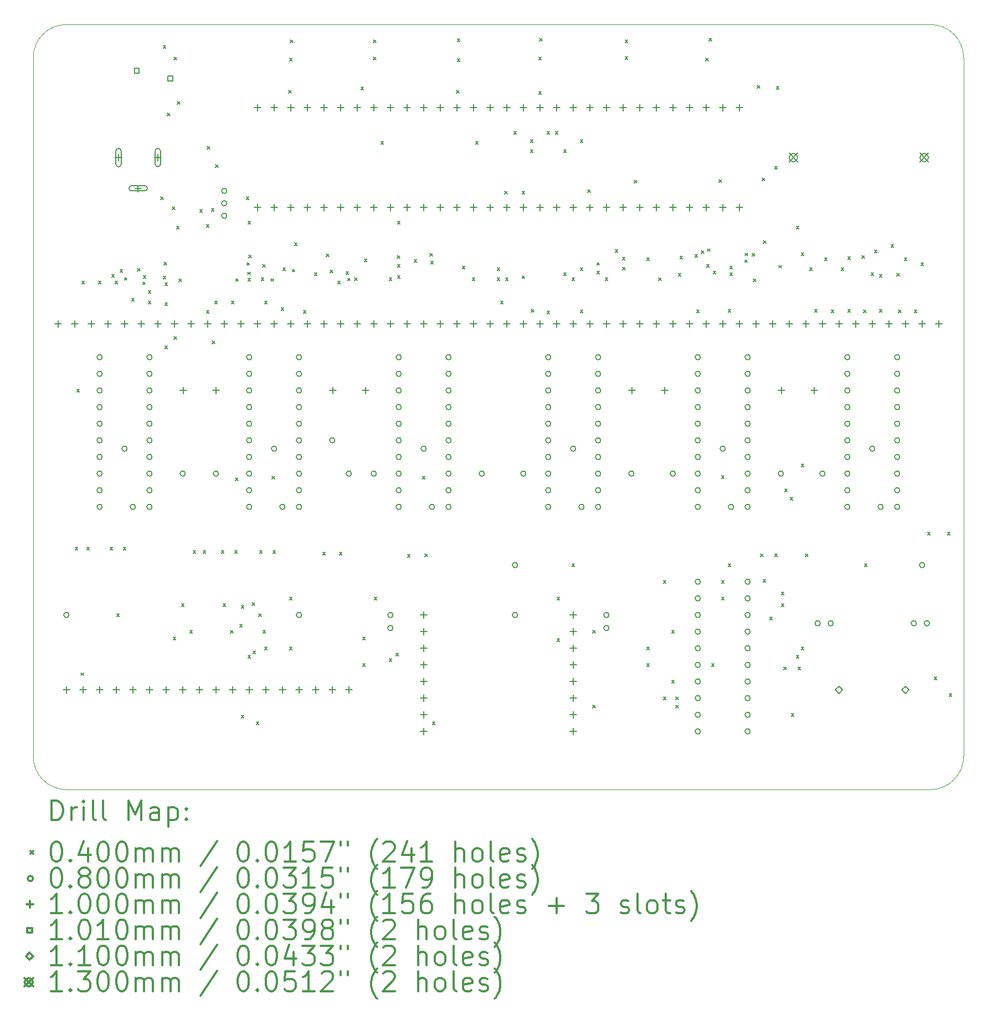
<source format=gbr>
%FSLAX45Y45*%
G04 Gerber Fmt 4.5, Leading zero omitted, Abs format (unit mm)*
G04 Created by KiCad (PCBNEW (5.1.10)-1) date 2021-09-21 20:09:43*
%MOMM*%
%LPD*%
G01*
G04 APERTURE LIST*
%TA.AperFunction,Profile*%
%ADD10C,0.050000*%
%TD*%
%ADD11C,0.200000*%
%ADD12C,0.300000*%
G04 APERTURE END LIST*
D10*
X8128000Y-3556000D02*
G75*
G02*
X8636000Y-3048000I508000J0D01*
G01*
X21844000Y-3048000D02*
G75*
G02*
X22352000Y-3556000I0J-508000D01*
G01*
X22352000Y-14224000D02*
G75*
G02*
X21844000Y-14732000I-508000J0D01*
G01*
X8636000Y-14732000D02*
G75*
G02*
X8128000Y-14224000I0J508000D01*
G01*
X8128000Y-14224000D02*
X8128000Y-3556000D01*
X21844000Y-14732000D02*
X8636000Y-14732000D01*
X22352000Y-3556000D02*
X22352000Y-14224000D01*
X8636000Y-3048000D02*
X21844000Y-3048000D01*
D11*
X8768400Y-11029000D02*
X8808400Y-11069000D01*
X8808400Y-11029000D02*
X8768400Y-11069000D01*
X8793800Y-8616000D02*
X8833800Y-8656000D01*
X8833800Y-8616000D02*
X8793800Y-8656000D01*
X8859099Y-12948499D02*
X8899099Y-12988499D01*
X8899099Y-12948499D02*
X8859099Y-12988499D01*
X8870000Y-6965000D02*
X8910000Y-7005000D01*
X8910000Y-6965000D02*
X8870000Y-7005000D01*
X8946200Y-11029000D02*
X8986200Y-11069000D01*
X8986200Y-11029000D02*
X8946200Y-11069000D01*
X9124000Y-6965000D02*
X9164000Y-7005000D01*
X9164000Y-6965000D02*
X9124000Y-7005000D01*
X9301800Y-11029000D02*
X9341800Y-11069000D01*
X9341800Y-11029000D02*
X9301800Y-11069000D01*
X9327200Y-6863400D02*
X9367200Y-6903400D01*
X9367200Y-6863400D02*
X9327200Y-6903400D01*
X9378000Y-6965001D02*
X9418000Y-7005001D01*
X9418000Y-6965001D02*
X9378000Y-7005001D01*
X9403400Y-12045000D02*
X9443400Y-12085000D01*
X9443400Y-12045000D02*
X9403400Y-12085000D01*
X9454200Y-6787200D02*
X9494200Y-6827200D01*
X9494200Y-6787200D02*
X9454200Y-6827200D01*
X9505000Y-11029000D02*
X9545000Y-11069000D01*
X9545000Y-11029000D02*
X9505000Y-11069000D01*
X9523001Y-6911578D02*
X9563001Y-6951578D01*
X9563001Y-6911578D02*
X9523001Y-6951578D01*
X9632000Y-7228498D02*
X9672000Y-7268498D01*
X9672000Y-7228498D02*
X9632000Y-7268498D01*
X9720900Y-6774500D02*
X9760900Y-6814500D01*
X9760900Y-6774500D02*
X9720900Y-6814500D01*
X9803523Y-6981610D02*
X9843523Y-7021610D01*
X9843523Y-6981610D02*
X9803523Y-7021610D01*
X9810271Y-6881837D02*
X9850271Y-6921837D01*
X9850271Y-6881837D02*
X9810271Y-6921837D01*
X9886000Y-7108730D02*
X9926000Y-7148730D01*
X9926000Y-7108730D02*
X9886000Y-7148730D01*
X9886001Y-7273499D02*
X9926001Y-7313499D01*
X9926001Y-7273499D02*
X9886001Y-7313499D01*
X10076500Y-5682300D02*
X10116500Y-5722300D01*
X10116500Y-5682300D02*
X10076500Y-5722300D01*
X10114600Y-3370900D02*
X10154600Y-3410900D01*
X10154600Y-3370900D02*
X10114600Y-3410900D01*
X10114600Y-6888800D02*
X10154600Y-6928800D01*
X10154600Y-6888800D02*
X10114600Y-6928800D01*
X10125953Y-6678577D02*
X10165953Y-6718577D01*
X10165953Y-6678577D02*
X10125953Y-6718577D01*
X10140000Y-6990400D02*
X10180000Y-7030400D01*
X10180000Y-6990400D02*
X10140000Y-7030400D01*
X10140000Y-7295200D02*
X10180000Y-7335200D01*
X10180000Y-7295200D02*
X10140000Y-7335200D01*
X10140000Y-7955600D02*
X10180000Y-7995600D01*
X10180000Y-7955600D02*
X10140000Y-7995600D01*
X10178100Y-4399600D02*
X10218100Y-4439600D01*
X10218100Y-4399600D02*
X10178100Y-4439600D01*
X10254300Y-5834700D02*
X10294300Y-5874700D01*
X10294300Y-5834700D02*
X10254300Y-5874700D01*
X10267000Y-12400600D02*
X10307000Y-12440600D01*
X10307000Y-12400600D02*
X10267000Y-12440600D01*
X10279700Y-3548700D02*
X10319700Y-3588700D01*
X10319700Y-3548700D02*
X10279700Y-3588700D01*
X10279700Y-7815900D02*
X10319700Y-7855900D01*
X10319700Y-7815900D02*
X10279700Y-7855900D01*
X10317800Y-6126800D02*
X10357800Y-6166800D01*
X10357800Y-6126800D02*
X10317800Y-6166800D01*
X10330500Y-4221800D02*
X10370500Y-4261800D01*
X10370500Y-4221800D02*
X10330500Y-4261800D01*
X10355402Y-6936743D02*
X10395402Y-6976743D01*
X10395402Y-6936743D02*
X10355402Y-6976743D01*
X10394000Y-11892600D02*
X10434000Y-11932600D01*
X10434000Y-11892600D02*
X10394000Y-11932600D01*
X10521000Y-12299000D02*
X10561000Y-12339000D01*
X10561000Y-12299000D02*
X10521000Y-12339000D01*
X10571800Y-11079800D02*
X10611800Y-11119800D01*
X10611800Y-11079800D02*
X10571800Y-11119800D01*
X10673400Y-5872800D02*
X10713400Y-5912800D01*
X10713400Y-5872800D02*
X10673400Y-5912800D01*
X10724200Y-11079800D02*
X10764200Y-11119800D01*
X10764200Y-11079800D02*
X10724200Y-11119800D01*
X10775000Y-6101400D02*
X10815000Y-6141400D01*
X10815000Y-6101400D02*
X10775000Y-6141400D01*
X10775000Y-7418501D02*
X10815000Y-7458501D01*
X10815000Y-7418501D02*
X10775000Y-7458501D01*
X10787700Y-4907600D02*
X10827700Y-4947600D01*
X10827700Y-4907600D02*
X10787700Y-4947600D01*
X10851200Y-5860100D02*
X10891200Y-5900100D01*
X10891200Y-5860100D02*
X10851200Y-5900100D01*
X10863900Y-7879400D02*
X10903900Y-7919400D01*
X10903900Y-7879400D02*
X10863900Y-7919400D01*
X10902000Y-7269800D02*
X10942000Y-7309800D01*
X10942000Y-7269800D02*
X10902000Y-7309800D01*
X10914700Y-5187000D02*
X10954700Y-5227000D01*
X10954700Y-5187000D02*
X10914700Y-5227000D01*
X11003600Y-11079800D02*
X11043600Y-11119800D01*
X11043600Y-11079800D02*
X11003600Y-11119800D01*
X11029000Y-11892600D02*
X11069000Y-11932600D01*
X11069000Y-11892600D02*
X11029000Y-11932600D01*
X11146000Y-12299000D02*
X11186000Y-12339000D01*
X11186000Y-12299000D02*
X11146000Y-12339000D01*
X11156002Y-7269800D02*
X11196002Y-7309800D01*
X11196002Y-7269800D02*
X11156002Y-7309800D01*
X11206800Y-11079800D02*
X11246800Y-11119800D01*
X11246800Y-11079800D02*
X11206800Y-11119800D01*
X11219500Y-9974900D02*
X11259500Y-10014900D01*
X11259500Y-9974900D02*
X11219500Y-10014900D01*
X11224941Y-6930102D02*
X11264941Y-6970102D01*
X11264941Y-6930102D02*
X11224941Y-6970102D01*
X11283000Y-12210100D02*
X11323000Y-12250100D01*
X11323000Y-12210100D02*
X11283000Y-12250100D01*
X11308400Y-11918000D02*
X11348400Y-11958000D01*
X11348400Y-11918000D02*
X11308400Y-11958000D01*
X11308400Y-13594400D02*
X11348400Y-13634400D01*
X11348400Y-13594400D02*
X11308400Y-13634400D01*
X11384600Y-5682300D02*
X11424600Y-5722300D01*
X11424600Y-5682300D02*
X11384600Y-5722300D01*
X11393671Y-6683521D02*
X11433671Y-6723521D01*
X11433671Y-6683521D02*
X11393671Y-6723521D01*
X11405970Y-6828522D02*
X11445970Y-6868522D01*
X11445970Y-6828522D02*
X11405970Y-6868522D01*
X11410000Y-6050600D02*
X11450000Y-6090600D01*
X11450000Y-6050600D02*
X11410000Y-6090600D01*
X11410000Y-12680000D02*
X11450000Y-12720000D01*
X11450000Y-12680000D02*
X11410000Y-12720000D01*
X11410668Y-6928413D02*
X11450668Y-6968413D01*
X11450668Y-6928413D02*
X11410668Y-6968413D01*
X11426498Y-6567502D02*
X11466498Y-6607502D01*
X11466498Y-6567502D02*
X11426498Y-6607502D01*
X11473500Y-11879900D02*
X11513500Y-11919900D01*
X11513500Y-11879900D02*
X11473500Y-11919900D01*
X11487019Y-12616217D02*
X11527019Y-12656217D01*
X11527019Y-12616217D02*
X11487019Y-12656217D01*
X11537000Y-13696000D02*
X11577000Y-13736000D01*
X11577000Y-13696000D02*
X11537000Y-13736000D01*
X11575100Y-12045000D02*
X11615100Y-12085000D01*
X11615100Y-12045000D02*
X11575100Y-12085000D01*
X11587800Y-11079800D02*
X11627800Y-11119800D01*
X11627800Y-11079800D02*
X11587800Y-11119800D01*
X11613200Y-6914200D02*
X11653200Y-6954200D01*
X11653200Y-6914200D02*
X11613200Y-6954200D01*
X11635506Y-6710722D02*
X11675506Y-6750722D01*
X11675506Y-6710722D02*
X11635506Y-6750722D01*
X11638600Y-12299000D02*
X11678600Y-12339000D01*
X11678600Y-12299000D02*
X11638600Y-12339000D01*
X11664000Y-7269800D02*
X11704000Y-7309800D01*
X11704000Y-7269800D02*
X11664000Y-7309800D01*
X11664000Y-12553000D02*
X11704000Y-12593000D01*
X11704000Y-12553000D02*
X11664000Y-12593000D01*
X11761000Y-6929750D02*
X11801000Y-6969750D01*
X11801000Y-6929750D02*
X11761000Y-6969750D01*
X11778300Y-9949500D02*
X11818300Y-9989500D01*
X11818300Y-9949500D02*
X11778300Y-9989500D01*
X11791000Y-11079800D02*
X11831000Y-11119800D01*
X11831000Y-11079800D02*
X11791000Y-11119800D01*
X11918000Y-7371400D02*
X11958000Y-7411400D01*
X11958000Y-7371400D02*
X11918000Y-7411400D01*
X11943400Y-6761800D02*
X11983400Y-6801800D01*
X11983400Y-6761800D02*
X11943400Y-6801800D01*
X12032300Y-4056700D02*
X12072300Y-4096700D01*
X12072300Y-4056700D02*
X12032300Y-4096700D01*
X12045000Y-3561400D02*
X12085000Y-3601400D01*
X12085000Y-3561400D02*
X12045000Y-3601400D01*
X12045000Y-11791000D02*
X12085000Y-11831000D01*
X12085000Y-11791000D02*
X12045000Y-11831000D01*
X12045000Y-12553000D02*
X12085000Y-12593000D01*
X12085000Y-12553000D02*
X12045000Y-12593000D01*
X12057700Y-3282000D02*
X12097700Y-3322000D01*
X12097700Y-3282000D02*
X12057700Y-3322000D01*
X12088401Y-6785476D02*
X12128401Y-6825476D01*
X12128401Y-6785476D02*
X12088401Y-6825476D01*
X12121200Y-6380800D02*
X12161200Y-6420800D01*
X12161200Y-6380800D02*
X12121200Y-6420800D01*
X12257698Y-7416739D02*
X12297698Y-7456739D01*
X12297698Y-7416739D02*
X12257698Y-7456739D01*
X12426000Y-6841996D02*
X12466000Y-6881996D01*
X12466000Y-6841996D02*
X12426000Y-6881996D01*
X12553000Y-11105200D02*
X12593000Y-11145200D01*
X12593000Y-11105200D02*
X12553000Y-11145200D01*
X12607499Y-6550954D02*
X12647499Y-6590954D01*
X12647499Y-6550954D02*
X12607499Y-6590954D01*
X12666303Y-6796081D02*
X12706303Y-6836081D01*
X12706303Y-6796081D02*
X12666303Y-6836081D01*
X12781600Y-6965000D02*
X12821600Y-7005000D01*
X12821600Y-6965000D02*
X12781600Y-7005000D01*
X12807000Y-11105200D02*
X12847000Y-11145200D01*
X12847000Y-11105200D02*
X12807000Y-11145200D01*
X12908600Y-6824277D02*
X12948600Y-6864277D01*
X12948600Y-6824277D02*
X12908600Y-6864277D01*
X12935783Y-6920513D02*
X12975783Y-6960513D01*
X12975783Y-6920513D02*
X12935783Y-6960513D01*
X13040114Y-6918714D02*
X13080114Y-6958714D01*
X13080114Y-6918714D02*
X13040114Y-6958714D01*
X13137200Y-4005900D02*
X13177200Y-4045900D01*
X13177200Y-4005900D02*
X13137200Y-4045900D01*
X13162600Y-12400600D02*
X13202600Y-12440600D01*
X13202600Y-12400600D02*
X13162600Y-12440600D01*
X13162600Y-12807000D02*
X13202600Y-12847000D01*
X13202600Y-12807000D02*
X13162600Y-12847000D01*
X13188000Y-6631202D02*
X13228000Y-6671202D01*
X13228000Y-6631202D02*
X13188000Y-6671202D01*
X13327700Y-3282000D02*
X13367700Y-3322000D01*
X13367700Y-3282000D02*
X13327700Y-3322000D01*
X13327700Y-3548700D02*
X13367700Y-3588700D01*
X13367700Y-3548700D02*
X13327700Y-3588700D01*
X13340400Y-11791000D02*
X13380400Y-11831000D01*
X13380400Y-11791000D02*
X13340400Y-11831000D01*
X13442000Y-4831400D02*
X13482000Y-4871400D01*
X13482000Y-4831400D02*
X13442000Y-4871400D01*
X13569000Y-12730800D02*
X13609000Y-12770800D01*
X13609000Y-12730800D02*
X13569000Y-12770800D01*
X13569000Y-6914200D02*
X13609000Y-6954200D01*
X13609000Y-6914200D02*
X13569000Y-6954200D01*
X13670600Y-12647595D02*
X13710600Y-12687595D01*
X13710600Y-12647595D02*
X13670600Y-12687595D01*
X13694212Y-6575481D02*
X13734212Y-6615481D01*
X13734212Y-6575481D02*
X13694212Y-6615481D01*
X13696000Y-6050600D02*
X13736000Y-6090600D01*
X13736000Y-6050600D02*
X13696000Y-6090600D01*
X13696000Y-6711000D02*
X13736000Y-6751000D01*
X13736000Y-6711000D02*
X13696000Y-6751000D01*
X13696000Y-6885101D02*
X13736000Y-6925101D01*
X13736000Y-6885101D02*
X13696000Y-6925101D01*
X13848400Y-11143300D02*
X13888400Y-11183300D01*
X13888400Y-11143300D02*
X13848400Y-11183300D01*
X13950000Y-6634800D02*
X13990000Y-6674800D01*
X13990000Y-6634800D02*
X13950000Y-6674800D01*
X14077000Y-9949500D02*
X14117000Y-9989500D01*
X14117000Y-9949500D02*
X14077000Y-9989500D01*
X14115100Y-11130600D02*
X14155100Y-11170600D01*
X14155100Y-11130600D02*
X14115100Y-11170600D01*
X14191300Y-6545900D02*
X14231300Y-6585900D01*
X14231300Y-6545900D02*
X14191300Y-6585900D01*
X14204000Y-6660200D02*
X14244000Y-6700200D01*
X14244000Y-6660200D02*
X14204000Y-6700200D01*
X14229400Y-13696000D02*
X14269400Y-13736000D01*
X14269400Y-13696000D02*
X14229400Y-13736000D01*
X14597700Y-4056700D02*
X14637700Y-4096700D01*
X14637700Y-4056700D02*
X14597700Y-4096700D01*
X14610400Y-3269300D02*
X14650400Y-3309300D01*
X14650400Y-3269300D02*
X14610400Y-3309300D01*
X14610400Y-3574100D02*
X14650400Y-3614100D01*
X14650400Y-3574100D02*
X14610400Y-3614100D01*
X14686600Y-6736400D02*
X14726600Y-6776400D01*
X14726600Y-6736400D02*
X14686600Y-6776400D01*
X14839000Y-6914200D02*
X14879000Y-6954200D01*
X14879000Y-6914200D02*
X14839000Y-6954200D01*
X14889800Y-4831400D02*
X14929800Y-4871400D01*
X14929800Y-4831400D02*
X14889800Y-4871400D01*
X15220000Y-6761800D02*
X15260000Y-6801800D01*
X15260000Y-6761800D02*
X15220000Y-6801800D01*
X15220000Y-6914200D02*
X15260000Y-6954200D01*
X15260000Y-6914200D02*
X15220000Y-6954200D01*
X15270800Y-7269800D02*
X15310800Y-7309800D01*
X15310800Y-7269800D02*
X15270800Y-7309800D01*
X15334300Y-5593400D02*
X15374300Y-5633400D01*
X15374300Y-5593400D02*
X15334300Y-5633400D01*
X15347000Y-6914200D02*
X15387000Y-6954200D01*
X15387000Y-6914200D02*
X15347000Y-6954200D01*
X15474000Y-4679000D02*
X15514000Y-4719000D01*
X15514000Y-4679000D02*
X15474000Y-4719000D01*
X15601000Y-5593400D02*
X15641000Y-5633400D01*
X15641000Y-5593400D02*
X15601000Y-5633400D01*
X15601000Y-6886996D02*
X15641000Y-6926996D01*
X15641000Y-6886996D02*
X15601000Y-6926996D01*
X15728000Y-4806000D02*
X15768000Y-4846000D01*
X15768000Y-4806000D02*
X15728000Y-4846000D01*
X15728000Y-4958400D02*
X15768000Y-4998400D01*
X15768000Y-4958400D02*
X15728000Y-4998400D01*
X15740700Y-7396800D02*
X15780700Y-7436800D01*
X15780700Y-7396800D02*
X15740700Y-7436800D01*
X15855000Y-3548700D02*
X15895000Y-3588700D01*
X15895000Y-3548700D02*
X15855000Y-3588700D01*
X15855000Y-4069400D02*
X15895000Y-4109400D01*
X15895000Y-4069400D02*
X15855000Y-4109400D01*
X15867700Y-3256600D02*
X15907700Y-3296600D01*
X15907700Y-3256600D02*
X15867700Y-3296600D01*
X15982000Y-4679000D02*
X16022000Y-4719000D01*
X16022000Y-4679000D02*
X15982000Y-4719000D01*
X15982000Y-7422200D02*
X16022000Y-7462200D01*
X16022000Y-7422200D02*
X15982000Y-7462200D01*
X16109000Y-4679000D02*
X16149000Y-4719000D01*
X16149000Y-4679000D02*
X16109000Y-4719000D01*
X16134400Y-11791000D02*
X16174400Y-11831000D01*
X16174400Y-11791000D02*
X16134400Y-11831000D01*
X16134400Y-12426000D02*
X16174400Y-12466000D01*
X16174400Y-12426000D02*
X16134400Y-12466000D01*
X16236000Y-4958400D02*
X16276000Y-4998400D01*
X16276000Y-4958400D02*
X16236000Y-4998400D01*
X16236000Y-6838000D02*
X16276000Y-6878000D01*
X16276000Y-6838000D02*
X16236000Y-6878000D01*
X16363000Y-6914200D02*
X16403000Y-6954200D01*
X16403000Y-6914200D02*
X16363000Y-6954200D01*
X16363000Y-11283000D02*
X16403000Y-11323000D01*
X16403000Y-11283000D02*
X16363000Y-11323000D01*
X16490000Y-4806000D02*
X16530000Y-4846000D01*
X16530000Y-4806000D02*
X16490000Y-4846000D01*
X16490000Y-6761800D02*
X16530000Y-6801800D01*
X16530000Y-6761800D02*
X16490000Y-6801800D01*
X16490000Y-7409500D02*
X16530000Y-7449500D01*
X16530000Y-7409500D02*
X16490000Y-7449500D01*
X16604300Y-5568000D02*
X16644300Y-5608000D01*
X16644300Y-5568000D02*
X16604300Y-5608000D01*
X16680500Y-12299000D02*
X16720500Y-12339000D01*
X16720500Y-12299000D02*
X16680500Y-12339000D01*
X16680500Y-13442000D02*
X16720500Y-13482000D01*
X16720500Y-13442000D02*
X16680500Y-13482000D01*
X16744000Y-6812600D02*
X16784000Y-6852600D01*
X16784000Y-6812600D02*
X16744000Y-6852600D01*
X16744466Y-6685134D02*
X16784466Y-6725134D01*
X16784466Y-6685134D02*
X16744466Y-6725134D01*
X16871000Y-6914200D02*
X16911000Y-6954200D01*
X16911000Y-6914200D02*
X16871000Y-6954200D01*
X17023400Y-6482400D02*
X17063400Y-6522400D01*
X17063400Y-6482400D02*
X17023400Y-6522400D01*
X17135353Y-6605701D02*
X17175353Y-6645701D01*
X17175353Y-6605701D02*
X17135353Y-6645701D01*
X17138264Y-6758101D02*
X17178264Y-6798101D01*
X17178264Y-6758101D02*
X17138264Y-6798101D01*
X17175800Y-3282000D02*
X17215800Y-3322000D01*
X17215800Y-3282000D02*
X17175800Y-3322000D01*
X17175800Y-3536000D02*
X17215800Y-3576000D01*
X17215800Y-3536000D02*
X17175800Y-3576000D01*
X17315500Y-5428300D02*
X17355500Y-5468300D01*
X17355500Y-5428300D02*
X17315500Y-5468300D01*
X17506000Y-6609399D02*
X17546000Y-6649399D01*
X17546000Y-6609399D02*
X17506000Y-6649399D01*
X17506000Y-12553000D02*
X17546000Y-12593000D01*
X17546000Y-12553000D02*
X17506000Y-12593000D01*
X17506000Y-12807000D02*
X17546000Y-12847000D01*
X17546000Y-12807000D02*
X17506000Y-12847000D01*
X17687499Y-6914613D02*
X17727499Y-6954613D01*
X17727499Y-6914613D02*
X17687499Y-6954613D01*
X17760000Y-11537000D02*
X17800000Y-11577000D01*
X17800000Y-11537000D02*
X17760000Y-11577000D01*
X17760000Y-13315000D02*
X17800000Y-13355000D01*
X17800000Y-13315000D02*
X17760000Y-13355000D01*
X17887000Y-12299000D02*
X17927000Y-12339000D01*
X17927000Y-12299000D02*
X17887000Y-12339000D01*
X17887000Y-13061000D02*
X17927000Y-13101000D01*
X17927000Y-13061000D02*
X17887000Y-13101000D01*
X17950500Y-13315000D02*
X17990500Y-13355000D01*
X17990500Y-13315000D02*
X17950500Y-13355000D01*
X17950500Y-13442000D02*
X17990500Y-13482000D01*
X17990500Y-13442000D02*
X17950500Y-13482000D01*
X17990433Y-6848103D02*
X18030433Y-6888103D01*
X18030433Y-6848103D02*
X17990433Y-6888103D01*
X18014000Y-6584000D02*
X18054000Y-6624000D01*
X18054000Y-6584000D02*
X18014000Y-6624000D01*
X18242600Y-6558600D02*
X18282600Y-6598600D01*
X18282600Y-6558600D02*
X18242600Y-6598600D01*
X18268000Y-7409500D02*
X18308000Y-7449500D01*
X18308000Y-7409500D02*
X18268000Y-7449500D01*
X18338420Y-6504586D02*
X18378420Y-6544586D01*
X18378420Y-6504586D02*
X18338420Y-6544586D01*
X18407700Y-3561400D02*
X18447700Y-3601400D01*
X18447700Y-3561400D02*
X18407700Y-3601400D01*
X18420400Y-6711000D02*
X18460400Y-6751000D01*
X18460400Y-6711000D02*
X18420400Y-6751000D01*
X18433391Y-6473270D02*
X18473391Y-6513270D01*
X18473391Y-6473270D02*
X18433391Y-6513270D01*
X18458500Y-3256600D02*
X18498500Y-3296600D01*
X18498500Y-3256600D02*
X18458500Y-3296600D01*
X18496600Y-12807000D02*
X18536600Y-12847000D01*
X18536600Y-12807000D02*
X18496600Y-12847000D01*
X18522000Y-6812600D02*
X18562000Y-6852600D01*
X18562000Y-6812600D02*
X18522000Y-6852600D01*
X18610900Y-5415600D02*
X18650900Y-5455600D01*
X18650900Y-5415600D02*
X18610900Y-5455600D01*
X18649000Y-9936800D02*
X18689000Y-9976800D01*
X18689000Y-9936800D02*
X18649000Y-9976800D01*
X18649000Y-11537000D02*
X18689000Y-11577000D01*
X18689000Y-11537000D02*
X18649000Y-11577000D01*
X18649000Y-11791000D02*
X18689000Y-11831000D01*
X18689000Y-11791000D02*
X18649000Y-11831000D01*
X18750600Y-7396800D02*
X18790600Y-7436800D01*
X18790600Y-7396800D02*
X18750600Y-7436800D01*
X18750600Y-11283000D02*
X18790600Y-11323000D01*
X18790600Y-11283000D02*
X18750600Y-11323000D01*
X18776000Y-6839508D02*
X18816000Y-6879508D01*
X18816000Y-6839508D02*
X18776000Y-6879508D01*
X18776000Y-6739506D02*
X18816000Y-6779506D01*
X18816000Y-6739506D02*
X18776000Y-6779506D01*
X19004600Y-6641023D02*
X19044600Y-6681023D01*
X19044600Y-6641023D02*
X19004600Y-6681023D01*
X19011416Y-6541255D02*
X19051416Y-6581255D01*
X19051416Y-6541255D02*
X19011416Y-6581255D01*
X19119609Y-6546915D02*
X19159609Y-6586915D01*
X19159609Y-6546915D02*
X19119609Y-6586915D01*
X19134946Y-6931302D02*
X19174946Y-6971302D01*
X19174946Y-6931302D02*
X19134946Y-6971302D01*
X19195100Y-3980500D02*
X19235100Y-4020500D01*
X19235100Y-3980500D02*
X19195100Y-4020500D01*
X19245900Y-11130600D02*
X19285900Y-11170600D01*
X19285900Y-11130600D02*
X19245900Y-11170600D01*
X19271300Y-5390200D02*
X19311300Y-5430200D01*
X19311300Y-5390200D02*
X19271300Y-5430200D01*
X19284000Y-11524300D02*
X19324000Y-11564300D01*
X19324000Y-11524300D02*
X19284000Y-11564300D01*
X19289533Y-6351096D02*
X19329533Y-6391096D01*
X19329533Y-6351096D02*
X19289533Y-6391096D01*
X19385600Y-12095800D02*
X19425600Y-12135800D01*
X19425600Y-12095800D02*
X19385600Y-12135800D01*
X19461800Y-5212400D02*
X19501800Y-5252400D01*
X19501800Y-5212400D02*
X19461800Y-5252400D01*
X19461800Y-11130600D02*
X19501800Y-11170600D01*
X19501800Y-11130600D02*
X19461800Y-11170600D01*
X19487200Y-3993200D02*
X19527200Y-4033200D01*
X19527200Y-3993200D02*
X19487200Y-4033200D01*
X19525658Y-6726903D02*
X19565658Y-6766903D01*
X19565658Y-6726903D02*
X19525658Y-6766903D01*
X19563400Y-11714800D02*
X19603400Y-11754800D01*
X19603400Y-11714800D02*
X19563400Y-11754800D01*
X19563400Y-11892600D02*
X19603400Y-11932600D01*
X19603400Y-11892600D02*
X19563400Y-11932600D01*
X19601500Y-12857800D02*
X19641500Y-12897800D01*
X19641500Y-12857800D02*
X19601500Y-12897800D01*
X19614200Y-10140000D02*
X19654200Y-10180000D01*
X19654200Y-10140000D02*
X19614200Y-10180000D01*
X19699898Y-10267000D02*
X19739898Y-10307000D01*
X19739898Y-10267000D02*
X19699898Y-10307000D01*
X19715800Y-13569000D02*
X19755800Y-13609000D01*
X19755800Y-13569000D02*
X19715800Y-13609000D01*
X19792000Y-6126800D02*
X19832000Y-6166800D01*
X19832000Y-6126800D02*
X19792000Y-6166800D01*
X19792000Y-12680000D02*
X19832000Y-12720000D01*
X19832000Y-12680000D02*
X19792000Y-12720000D01*
X19817400Y-12857800D02*
X19857400Y-12897800D01*
X19857400Y-12857800D02*
X19817400Y-12897800D01*
X19868200Y-6533200D02*
X19908200Y-6573200D01*
X19908200Y-6533200D02*
X19868200Y-6573200D01*
X19868200Y-9759000D02*
X19908200Y-9799000D01*
X19908200Y-9759000D02*
X19868200Y-9799000D01*
X19868200Y-12553000D02*
X19908200Y-12593000D01*
X19908200Y-12553000D02*
X19868200Y-12593000D01*
X19931700Y-11130600D02*
X19971700Y-11170600D01*
X19971700Y-11130600D02*
X19931700Y-11170600D01*
X19995200Y-6761800D02*
X20035200Y-6801800D01*
X20035200Y-6761800D02*
X19995200Y-6801800D01*
X20071400Y-7396800D02*
X20111400Y-7436800D01*
X20111400Y-7396800D02*
X20071400Y-7436800D01*
X20223800Y-6609401D02*
X20263800Y-6649401D01*
X20263800Y-6609401D02*
X20223800Y-6649401D01*
X20325400Y-7409500D02*
X20365400Y-7449500D01*
X20365400Y-7409500D02*
X20325400Y-7449500D01*
X20477800Y-6761800D02*
X20517800Y-6801800D01*
X20517800Y-6761800D02*
X20477800Y-6801800D01*
X20579400Y-6596700D02*
X20619400Y-6636700D01*
X20619400Y-6596700D02*
X20579400Y-6636700D01*
X20579400Y-7396800D02*
X20619400Y-7436800D01*
X20619400Y-7396800D02*
X20579400Y-7436800D01*
X20797867Y-6580301D02*
X20837867Y-6620301D01*
X20837867Y-6580301D02*
X20797867Y-6620301D01*
X20820700Y-7409500D02*
X20860700Y-7449500D01*
X20860700Y-7409500D02*
X20820700Y-7449500D01*
X20833400Y-11283000D02*
X20873400Y-11323000D01*
X20873400Y-11283000D02*
X20833400Y-11323000D01*
X20935000Y-6838000D02*
X20975000Y-6878000D01*
X20975000Y-6838000D02*
X20935000Y-6878000D01*
X20985800Y-6495100D02*
X21025800Y-6535100D01*
X21025800Y-6495100D02*
X20985800Y-6535100D01*
X21062000Y-6863400D02*
X21102000Y-6903400D01*
X21102000Y-6863400D02*
X21062000Y-6903400D01*
X21062000Y-7396800D02*
X21102000Y-7436800D01*
X21102000Y-7396800D02*
X21062000Y-7436800D01*
X21239800Y-6406200D02*
X21279800Y-6446200D01*
X21279800Y-6406200D02*
X21239800Y-6446200D01*
X21328700Y-6850700D02*
X21368700Y-6890700D01*
X21368700Y-6850700D02*
X21328700Y-6890700D01*
X21354100Y-7409500D02*
X21394100Y-7449500D01*
X21394100Y-7409500D02*
X21354100Y-7449500D01*
X21443000Y-6609400D02*
X21483000Y-6649400D01*
X21483000Y-6609400D02*
X21443000Y-6649400D01*
X21595400Y-7409500D02*
X21635400Y-7449500D01*
X21635400Y-7409500D02*
X21595400Y-7449500D01*
X21697000Y-6685600D02*
X21737000Y-6725600D01*
X21737000Y-6685600D02*
X21697000Y-6725600D01*
X21798600Y-10800400D02*
X21838600Y-10840400D01*
X21838600Y-10800400D02*
X21798600Y-10840400D01*
X21900200Y-13010200D02*
X21940200Y-13050200D01*
X21940200Y-13010200D02*
X21900200Y-13050200D01*
X22103400Y-10800400D02*
X22143400Y-10840400D01*
X22143400Y-10800400D02*
X22103400Y-10840400D01*
X22128800Y-13264200D02*
X22168800Y-13304200D01*
X22168800Y-13264200D02*
X22128800Y-13304200D01*
X8676000Y-12065000D02*
G75*
G03*
X8676000Y-12065000I-40000J0D01*
G01*
X9184000Y-8128000D02*
G75*
G03*
X9184000Y-8128000I-40000J0D01*
G01*
X9184000Y-8382000D02*
G75*
G03*
X9184000Y-8382000I-40000J0D01*
G01*
X9184000Y-8636000D02*
G75*
G03*
X9184000Y-8636000I-40000J0D01*
G01*
X9184000Y-8890000D02*
G75*
G03*
X9184000Y-8890000I-40000J0D01*
G01*
X9184000Y-9144000D02*
G75*
G03*
X9184000Y-9144000I-40000J0D01*
G01*
X9184000Y-9398000D02*
G75*
G03*
X9184000Y-9398000I-40000J0D01*
G01*
X9184000Y-9652000D02*
G75*
G03*
X9184000Y-9652000I-40000J0D01*
G01*
X9184000Y-9906000D02*
G75*
G03*
X9184000Y-9906000I-40000J0D01*
G01*
X9184000Y-10160000D02*
G75*
G03*
X9184000Y-10160000I-40000J0D01*
G01*
X9184000Y-10414000D02*
G75*
G03*
X9184000Y-10414000I-40000J0D01*
G01*
X9565000Y-9525000D02*
G75*
G03*
X9565000Y-9525000I-40000J0D01*
G01*
X9692000Y-10414000D02*
G75*
G03*
X9692000Y-10414000I-40000J0D01*
G01*
X9946000Y-8128000D02*
G75*
G03*
X9946000Y-8128000I-40000J0D01*
G01*
X9946000Y-8382000D02*
G75*
G03*
X9946000Y-8382000I-40000J0D01*
G01*
X9946000Y-8636000D02*
G75*
G03*
X9946000Y-8636000I-40000J0D01*
G01*
X9946000Y-8890000D02*
G75*
G03*
X9946000Y-8890000I-40000J0D01*
G01*
X9946000Y-9144000D02*
G75*
G03*
X9946000Y-9144000I-40000J0D01*
G01*
X9946000Y-9398000D02*
G75*
G03*
X9946000Y-9398000I-40000J0D01*
G01*
X9946000Y-9652000D02*
G75*
G03*
X9946000Y-9652000I-40000J0D01*
G01*
X9946000Y-9906000D02*
G75*
G03*
X9946000Y-9906000I-40000J0D01*
G01*
X9946000Y-10160000D02*
G75*
G03*
X9946000Y-10160000I-40000J0D01*
G01*
X9946000Y-10414000D02*
G75*
G03*
X9946000Y-10414000I-40000J0D01*
G01*
X10454000Y-9906000D02*
G75*
G03*
X10454000Y-9906000I-40000J0D01*
G01*
X10962000Y-9906000D02*
G75*
G03*
X10962000Y-9906000I-40000J0D01*
G01*
X11089000Y-5588000D02*
G75*
G03*
X11089000Y-5588000I-40000J0D01*
G01*
X11089000Y-5778500D02*
G75*
G03*
X11089000Y-5778500I-40000J0D01*
G01*
X11089000Y-5969000D02*
G75*
G03*
X11089000Y-5969000I-40000J0D01*
G01*
X11470000Y-8128000D02*
G75*
G03*
X11470000Y-8128000I-40000J0D01*
G01*
X11470000Y-8382000D02*
G75*
G03*
X11470000Y-8382000I-40000J0D01*
G01*
X11470000Y-8636000D02*
G75*
G03*
X11470000Y-8636000I-40000J0D01*
G01*
X11470000Y-8890000D02*
G75*
G03*
X11470000Y-8890000I-40000J0D01*
G01*
X11470000Y-9144000D02*
G75*
G03*
X11470000Y-9144000I-40000J0D01*
G01*
X11470000Y-9398000D02*
G75*
G03*
X11470000Y-9398000I-40000J0D01*
G01*
X11470000Y-9652000D02*
G75*
G03*
X11470000Y-9652000I-40000J0D01*
G01*
X11470000Y-9906000D02*
G75*
G03*
X11470000Y-9906000I-40000J0D01*
G01*
X11470000Y-10160000D02*
G75*
G03*
X11470000Y-10160000I-40000J0D01*
G01*
X11470000Y-10414000D02*
G75*
G03*
X11470000Y-10414000I-40000J0D01*
G01*
X11851000Y-9525000D02*
G75*
G03*
X11851000Y-9525000I-40000J0D01*
G01*
X11978000Y-10414000D02*
G75*
G03*
X11978000Y-10414000I-40000J0D01*
G01*
X12232000Y-8128000D02*
G75*
G03*
X12232000Y-8128000I-40000J0D01*
G01*
X12232000Y-8382000D02*
G75*
G03*
X12232000Y-8382000I-40000J0D01*
G01*
X12232000Y-8636000D02*
G75*
G03*
X12232000Y-8636000I-40000J0D01*
G01*
X12232000Y-8890000D02*
G75*
G03*
X12232000Y-8890000I-40000J0D01*
G01*
X12232000Y-9144000D02*
G75*
G03*
X12232000Y-9144000I-40000J0D01*
G01*
X12232000Y-9398000D02*
G75*
G03*
X12232000Y-9398000I-40000J0D01*
G01*
X12232000Y-9652000D02*
G75*
G03*
X12232000Y-9652000I-40000J0D01*
G01*
X12232000Y-9906000D02*
G75*
G03*
X12232000Y-9906000I-40000J0D01*
G01*
X12232000Y-10160000D02*
G75*
G03*
X12232000Y-10160000I-40000J0D01*
G01*
X12232000Y-10414000D02*
G75*
G03*
X12232000Y-10414000I-40000J0D01*
G01*
X12232000Y-12065000D02*
G75*
G03*
X12232000Y-12065000I-40000J0D01*
G01*
X12740000Y-9398000D02*
G75*
G03*
X12740000Y-9398000I-40000J0D01*
G01*
X12994000Y-9906000D02*
G75*
G03*
X12994000Y-9906000I-40000J0D01*
G01*
X13375000Y-9906000D02*
G75*
G03*
X13375000Y-9906000I-40000J0D01*
G01*
X13629000Y-12065000D02*
G75*
G03*
X13629000Y-12065000I-40000J0D01*
G01*
X13629000Y-12265000D02*
G75*
G03*
X13629000Y-12265000I-40000J0D01*
G01*
X13756000Y-8128000D02*
G75*
G03*
X13756000Y-8128000I-40000J0D01*
G01*
X13756000Y-8382000D02*
G75*
G03*
X13756000Y-8382000I-40000J0D01*
G01*
X13756000Y-8636000D02*
G75*
G03*
X13756000Y-8636000I-40000J0D01*
G01*
X13756000Y-8890000D02*
G75*
G03*
X13756000Y-8890000I-40000J0D01*
G01*
X13756000Y-9144000D02*
G75*
G03*
X13756000Y-9144000I-40000J0D01*
G01*
X13756000Y-9398000D02*
G75*
G03*
X13756000Y-9398000I-40000J0D01*
G01*
X13756000Y-9652000D02*
G75*
G03*
X13756000Y-9652000I-40000J0D01*
G01*
X13756000Y-9906000D02*
G75*
G03*
X13756000Y-9906000I-40000J0D01*
G01*
X13756000Y-10160000D02*
G75*
G03*
X13756000Y-10160000I-40000J0D01*
G01*
X13756000Y-10414000D02*
G75*
G03*
X13756000Y-10414000I-40000J0D01*
G01*
X14137000Y-9525000D02*
G75*
G03*
X14137000Y-9525000I-40000J0D01*
G01*
X14264000Y-10414000D02*
G75*
G03*
X14264000Y-10414000I-40000J0D01*
G01*
X14518000Y-8128000D02*
G75*
G03*
X14518000Y-8128000I-40000J0D01*
G01*
X14518000Y-8382000D02*
G75*
G03*
X14518000Y-8382000I-40000J0D01*
G01*
X14518000Y-8636000D02*
G75*
G03*
X14518000Y-8636000I-40000J0D01*
G01*
X14518000Y-8890000D02*
G75*
G03*
X14518000Y-8890000I-40000J0D01*
G01*
X14518000Y-9144000D02*
G75*
G03*
X14518000Y-9144000I-40000J0D01*
G01*
X14518000Y-9398000D02*
G75*
G03*
X14518000Y-9398000I-40000J0D01*
G01*
X14518000Y-9652000D02*
G75*
G03*
X14518000Y-9652000I-40000J0D01*
G01*
X14518000Y-9906000D02*
G75*
G03*
X14518000Y-9906000I-40000J0D01*
G01*
X14518000Y-10160000D02*
G75*
G03*
X14518000Y-10160000I-40000J0D01*
G01*
X14518000Y-10414000D02*
G75*
G03*
X14518000Y-10414000I-40000J0D01*
G01*
X15026000Y-9906000D02*
G75*
G03*
X15026000Y-9906000I-40000J0D01*
G01*
X15534000Y-11303000D02*
G75*
G03*
X15534000Y-11303000I-40000J0D01*
G01*
X15534000Y-12065000D02*
G75*
G03*
X15534000Y-12065000I-40000J0D01*
G01*
X15661000Y-9906000D02*
G75*
G03*
X15661000Y-9906000I-40000J0D01*
G01*
X16042000Y-8128000D02*
G75*
G03*
X16042000Y-8128000I-40000J0D01*
G01*
X16042000Y-8382000D02*
G75*
G03*
X16042000Y-8382000I-40000J0D01*
G01*
X16042000Y-8636000D02*
G75*
G03*
X16042000Y-8636000I-40000J0D01*
G01*
X16042000Y-8890000D02*
G75*
G03*
X16042000Y-8890000I-40000J0D01*
G01*
X16042000Y-9144000D02*
G75*
G03*
X16042000Y-9144000I-40000J0D01*
G01*
X16042000Y-9398000D02*
G75*
G03*
X16042000Y-9398000I-40000J0D01*
G01*
X16042000Y-9652000D02*
G75*
G03*
X16042000Y-9652000I-40000J0D01*
G01*
X16042000Y-9906000D02*
G75*
G03*
X16042000Y-9906000I-40000J0D01*
G01*
X16042000Y-10160000D02*
G75*
G03*
X16042000Y-10160000I-40000J0D01*
G01*
X16042000Y-10414000D02*
G75*
G03*
X16042000Y-10414000I-40000J0D01*
G01*
X16423000Y-9525000D02*
G75*
G03*
X16423000Y-9525000I-40000J0D01*
G01*
X16550000Y-10414000D02*
G75*
G03*
X16550000Y-10414000I-40000J0D01*
G01*
X16804000Y-8128000D02*
G75*
G03*
X16804000Y-8128000I-40000J0D01*
G01*
X16804000Y-8382000D02*
G75*
G03*
X16804000Y-8382000I-40000J0D01*
G01*
X16804000Y-8636000D02*
G75*
G03*
X16804000Y-8636000I-40000J0D01*
G01*
X16804000Y-8890000D02*
G75*
G03*
X16804000Y-8890000I-40000J0D01*
G01*
X16804000Y-9144000D02*
G75*
G03*
X16804000Y-9144000I-40000J0D01*
G01*
X16804000Y-9398000D02*
G75*
G03*
X16804000Y-9398000I-40000J0D01*
G01*
X16804000Y-9652000D02*
G75*
G03*
X16804000Y-9652000I-40000J0D01*
G01*
X16804000Y-9906000D02*
G75*
G03*
X16804000Y-9906000I-40000J0D01*
G01*
X16804000Y-10160000D02*
G75*
G03*
X16804000Y-10160000I-40000J0D01*
G01*
X16804000Y-10414000D02*
G75*
G03*
X16804000Y-10414000I-40000J0D01*
G01*
X16931000Y-12065000D02*
G75*
G03*
X16931000Y-12065000I-40000J0D01*
G01*
X16931000Y-12265000D02*
G75*
G03*
X16931000Y-12265000I-40000J0D01*
G01*
X17312000Y-9906000D02*
G75*
G03*
X17312000Y-9906000I-40000J0D01*
G01*
X17947000Y-9906000D02*
G75*
G03*
X17947000Y-9906000I-40000J0D01*
G01*
X18328000Y-8128000D02*
G75*
G03*
X18328000Y-8128000I-40000J0D01*
G01*
X18328000Y-8382000D02*
G75*
G03*
X18328000Y-8382000I-40000J0D01*
G01*
X18328000Y-8636000D02*
G75*
G03*
X18328000Y-8636000I-40000J0D01*
G01*
X18328000Y-8890000D02*
G75*
G03*
X18328000Y-8890000I-40000J0D01*
G01*
X18328000Y-9144000D02*
G75*
G03*
X18328000Y-9144000I-40000J0D01*
G01*
X18328000Y-9398000D02*
G75*
G03*
X18328000Y-9398000I-40000J0D01*
G01*
X18328000Y-9652000D02*
G75*
G03*
X18328000Y-9652000I-40000J0D01*
G01*
X18328000Y-9906000D02*
G75*
G03*
X18328000Y-9906000I-40000J0D01*
G01*
X18328000Y-10160000D02*
G75*
G03*
X18328000Y-10160000I-40000J0D01*
G01*
X18328000Y-10414000D02*
G75*
G03*
X18328000Y-10414000I-40000J0D01*
G01*
X18328000Y-11557000D02*
G75*
G03*
X18328000Y-11557000I-40000J0D01*
G01*
X18328000Y-11811000D02*
G75*
G03*
X18328000Y-11811000I-40000J0D01*
G01*
X18328000Y-12065000D02*
G75*
G03*
X18328000Y-12065000I-40000J0D01*
G01*
X18328000Y-12319000D02*
G75*
G03*
X18328000Y-12319000I-40000J0D01*
G01*
X18328000Y-12573000D02*
G75*
G03*
X18328000Y-12573000I-40000J0D01*
G01*
X18328000Y-12827000D02*
G75*
G03*
X18328000Y-12827000I-40000J0D01*
G01*
X18328000Y-13081000D02*
G75*
G03*
X18328000Y-13081000I-40000J0D01*
G01*
X18328000Y-13335000D02*
G75*
G03*
X18328000Y-13335000I-40000J0D01*
G01*
X18328000Y-13589000D02*
G75*
G03*
X18328000Y-13589000I-40000J0D01*
G01*
X18328000Y-13843000D02*
G75*
G03*
X18328000Y-13843000I-40000J0D01*
G01*
X18709000Y-9525000D02*
G75*
G03*
X18709000Y-9525000I-40000J0D01*
G01*
X18836000Y-10414000D02*
G75*
G03*
X18836000Y-10414000I-40000J0D01*
G01*
X19090000Y-8128000D02*
G75*
G03*
X19090000Y-8128000I-40000J0D01*
G01*
X19090000Y-8382000D02*
G75*
G03*
X19090000Y-8382000I-40000J0D01*
G01*
X19090000Y-8636000D02*
G75*
G03*
X19090000Y-8636000I-40000J0D01*
G01*
X19090000Y-8890000D02*
G75*
G03*
X19090000Y-8890000I-40000J0D01*
G01*
X19090000Y-9144000D02*
G75*
G03*
X19090000Y-9144000I-40000J0D01*
G01*
X19090000Y-9398000D02*
G75*
G03*
X19090000Y-9398000I-40000J0D01*
G01*
X19090000Y-9652000D02*
G75*
G03*
X19090000Y-9652000I-40000J0D01*
G01*
X19090000Y-9906000D02*
G75*
G03*
X19090000Y-9906000I-40000J0D01*
G01*
X19090000Y-10160000D02*
G75*
G03*
X19090000Y-10160000I-40000J0D01*
G01*
X19090000Y-10414000D02*
G75*
G03*
X19090000Y-10414000I-40000J0D01*
G01*
X19090000Y-11557000D02*
G75*
G03*
X19090000Y-11557000I-40000J0D01*
G01*
X19090000Y-11811000D02*
G75*
G03*
X19090000Y-11811000I-40000J0D01*
G01*
X19090000Y-12065000D02*
G75*
G03*
X19090000Y-12065000I-40000J0D01*
G01*
X19090000Y-12319000D02*
G75*
G03*
X19090000Y-12319000I-40000J0D01*
G01*
X19090000Y-12573000D02*
G75*
G03*
X19090000Y-12573000I-40000J0D01*
G01*
X19090000Y-12827000D02*
G75*
G03*
X19090000Y-12827000I-40000J0D01*
G01*
X19090000Y-13081000D02*
G75*
G03*
X19090000Y-13081000I-40000J0D01*
G01*
X19090000Y-13335000D02*
G75*
G03*
X19090000Y-13335000I-40000J0D01*
G01*
X19090000Y-13589000D02*
G75*
G03*
X19090000Y-13589000I-40000J0D01*
G01*
X19090000Y-13843000D02*
G75*
G03*
X19090000Y-13843000I-40000J0D01*
G01*
X19598000Y-9906000D02*
G75*
G03*
X19598000Y-9906000I-40000J0D01*
G01*
X20160000Y-12192000D02*
G75*
G03*
X20160000Y-12192000I-40000J0D01*
G01*
X20233000Y-9906000D02*
G75*
G03*
X20233000Y-9906000I-40000J0D01*
G01*
X20360000Y-12192000D02*
G75*
G03*
X20360000Y-12192000I-40000J0D01*
G01*
X20614000Y-8128000D02*
G75*
G03*
X20614000Y-8128000I-40000J0D01*
G01*
X20614000Y-8382000D02*
G75*
G03*
X20614000Y-8382000I-40000J0D01*
G01*
X20614000Y-8636000D02*
G75*
G03*
X20614000Y-8636000I-40000J0D01*
G01*
X20614000Y-8890000D02*
G75*
G03*
X20614000Y-8890000I-40000J0D01*
G01*
X20614000Y-9144000D02*
G75*
G03*
X20614000Y-9144000I-40000J0D01*
G01*
X20614000Y-9398000D02*
G75*
G03*
X20614000Y-9398000I-40000J0D01*
G01*
X20614000Y-9652000D02*
G75*
G03*
X20614000Y-9652000I-40000J0D01*
G01*
X20614000Y-9906000D02*
G75*
G03*
X20614000Y-9906000I-40000J0D01*
G01*
X20614000Y-10160000D02*
G75*
G03*
X20614000Y-10160000I-40000J0D01*
G01*
X20614000Y-10414000D02*
G75*
G03*
X20614000Y-10414000I-40000J0D01*
G01*
X20995000Y-9525000D02*
G75*
G03*
X20995000Y-9525000I-40000J0D01*
G01*
X21122000Y-10414000D02*
G75*
G03*
X21122000Y-10414000I-40000J0D01*
G01*
X21376000Y-8128000D02*
G75*
G03*
X21376000Y-8128000I-40000J0D01*
G01*
X21376000Y-8382000D02*
G75*
G03*
X21376000Y-8382000I-40000J0D01*
G01*
X21376000Y-8636000D02*
G75*
G03*
X21376000Y-8636000I-40000J0D01*
G01*
X21376000Y-8890000D02*
G75*
G03*
X21376000Y-8890000I-40000J0D01*
G01*
X21376000Y-9144000D02*
G75*
G03*
X21376000Y-9144000I-40000J0D01*
G01*
X21376000Y-9398000D02*
G75*
G03*
X21376000Y-9398000I-40000J0D01*
G01*
X21376000Y-9652000D02*
G75*
G03*
X21376000Y-9652000I-40000J0D01*
G01*
X21376000Y-9906000D02*
G75*
G03*
X21376000Y-9906000I-40000J0D01*
G01*
X21376000Y-10160000D02*
G75*
G03*
X21376000Y-10160000I-40000J0D01*
G01*
X21376000Y-10414000D02*
G75*
G03*
X21376000Y-10414000I-40000J0D01*
G01*
X21630000Y-12192000D02*
G75*
G03*
X21630000Y-12192000I-40000J0D01*
G01*
X21757000Y-11303000D02*
G75*
G03*
X21757000Y-11303000I-40000J0D01*
G01*
X21830000Y-12192000D02*
G75*
G03*
X21830000Y-12192000I-40000J0D01*
G01*
X8509000Y-7570000D02*
X8509000Y-7670000D01*
X8459000Y-7620000D02*
X8559000Y-7620000D01*
X8636000Y-13158000D02*
X8636000Y-13258000D01*
X8586000Y-13208000D02*
X8686000Y-13208000D01*
X8763000Y-7570000D02*
X8763000Y-7670000D01*
X8713000Y-7620000D02*
X8813000Y-7620000D01*
X8890000Y-13158000D02*
X8890000Y-13258000D01*
X8840000Y-13208000D02*
X8940000Y-13208000D01*
X9017000Y-7570000D02*
X9017000Y-7670000D01*
X8967000Y-7620000D02*
X9067000Y-7620000D01*
X9144000Y-13158000D02*
X9144000Y-13258000D01*
X9094000Y-13208000D02*
X9194000Y-13208000D01*
X9271000Y-7570000D02*
X9271000Y-7670000D01*
X9221000Y-7620000D02*
X9321000Y-7620000D01*
X9398000Y-13158000D02*
X9398000Y-13258000D01*
X9348000Y-13208000D02*
X9448000Y-13208000D01*
X9433000Y-5030000D02*
X9433000Y-5130000D01*
X9383000Y-5080000D02*
X9483000Y-5080000D01*
X9393000Y-4980000D02*
X9393000Y-5180000D01*
X9473000Y-4980000D02*
X9473000Y-5180000D01*
X9393000Y-5180000D02*
G75*
G03*
X9473000Y-5180000I40000J0D01*
G01*
X9473000Y-4980000D02*
G75*
G03*
X9393000Y-4980000I-40000J0D01*
G01*
X9525000Y-7570000D02*
X9525000Y-7670000D01*
X9475000Y-7620000D02*
X9575000Y-7620000D01*
X9652000Y-13158000D02*
X9652000Y-13258000D01*
X9602000Y-13208000D02*
X9702000Y-13208000D01*
X9733000Y-5500000D02*
X9733000Y-5600000D01*
X9683000Y-5550000D02*
X9783000Y-5550000D01*
X9633000Y-5590000D02*
X9833000Y-5590000D01*
X9633000Y-5510000D02*
X9833000Y-5510000D01*
X9833000Y-5590000D02*
G75*
G03*
X9833000Y-5510000I0J40000D01*
G01*
X9633000Y-5510000D02*
G75*
G03*
X9633000Y-5590000I0J-40000D01*
G01*
X9779000Y-7570000D02*
X9779000Y-7670000D01*
X9729000Y-7620000D02*
X9829000Y-7620000D01*
X9906000Y-13158000D02*
X9906000Y-13258000D01*
X9856000Y-13208000D02*
X9956000Y-13208000D01*
X10033000Y-5030000D02*
X10033000Y-5130000D01*
X9983000Y-5080000D02*
X10083000Y-5080000D01*
X9993000Y-4980000D02*
X9993000Y-5180000D01*
X10073000Y-4980000D02*
X10073000Y-5180000D01*
X9993000Y-5180000D02*
G75*
G03*
X10073000Y-5180000I40000J0D01*
G01*
X10073000Y-4980000D02*
G75*
G03*
X9993000Y-4980000I-40000J0D01*
G01*
X10033000Y-7570000D02*
X10033000Y-7670000D01*
X9983000Y-7620000D02*
X10083000Y-7620000D01*
X10160000Y-13158000D02*
X10160000Y-13258000D01*
X10110000Y-13208000D02*
X10210000Y-13208000D01*
X10287000Y-7570000D02*
X10287000Y-7670000D01*
X10237000Y-7620000D02*
X10337000Y-7620000D01*
X10414000Y-13158000D02*
X10414000Y-13258000D01*
X10364000Y-13208000D02*
X10464000Y-13208000D01*
X10422000Y-8586000D02*
X10422000Y-8686000D01*
X10372000Y-8636000D02*
X10472000Y-8636000D01*
X10541000Y-7570000D02*
X10541000Y-7670000D01*
X10491000Y-7620000D02*
X10591000Y-7620000D01*
X10668000Y-13158000D02*
X10668000Y-13258000D01*
X10618000Y-13208000D02*
X10718000Y-13208000D01*
X10795000Y-7570000D02*
X10795000Y-7670000D01*
X10745000Y-7620000D02*
X10845000Y-7620000D01*
X10922000Y-8586000D02*
X10922000Y-8686000D01*
X10872000Y-8636000D02*
X10972000Y-8636000D01*
X10922000Y-13158000D02*
X10922000Y-13258000D01*
X10872000Y-13208000D02*
X10972000Y-13208000D01*
X11049000Y-7570000D02*
X11049000Y-7670000D01*
X10999000Y-7620000D02*
X11099000Y-7620000D01*
X11176000Y-13158000D02*
X11176000Y-13258000D01*
X11126000Y-13208000D02*
X11226000Y-13208000D01*
X11303000Y-7570000D02*
X11303000Y-7670000D01*
X11253000Y-7620000D02*
X11353000Y-7620000D01*
X11430000Y-13158000D02*
X11430000Y-13258000D01*
X11380000Y-13208000D02*
X11480000Y-13208000D01*
X11557000Y-4268000D02*
X11557000Y-4368000D01*
X11507000Y-4318000D02*
X11607000Y-4318000D01*
X11557000Y-5792000D02*
X11557000Y-5892000D01*
X11507000Y-5842000D02*
X11607000Y-5842000D01*
X11557000Y-7570000D02*
X11557000Y-7670000D01*
X11507000Y-7620000D02*
X11607000Y-7620000D01*
X11684000Y-13158000D02*
X11684000Y-13258000D01*
X11634000Y-13208000D02*
X11734000Y-13208000D01*
X11811000Y-4268000D02*
X11811000Y-4368000D01*
X11761000Y-4318000D02*
X11861000Y-4318000D01*
X11811000Y-5792000D02*
X11811000Y-5892000D01*
X11761000Y-5842000D02*
X11861000Y-5842000D01*
X11811000Y-7570000D02*
X11811000Y-7670000D01*
X11761000Y-7620000D02*
X11861000Y-7620000D01*
X11938000Y-13158000D02*
X11938000Y-13258000D01*
X11888000Y-13208000D02*
X11988000Y-13208000D01*
X12065000Y-4268000D02*
X12065000Y-4368000D01*
X12015000Y-4318000D02*
X12115000Y-4318000D01*
X12065000Y-5792000D02*
X12065000Y-5892000D01*
X12015000Y-5842000D02*
X12115000Y-5842000D01*
X12065000Y-7570000D02*
X12065000Y-7670000D01*
X12015000Y-7620000D02*
X12115000Y-7620000D01*
X12192000Y-13158000D02*
X12192000Y-13258000D01*
X12142000Y-13208000D02*
X12242000Y-13208000D01*
X12319000Y-4268000D02*
X12319000Y-4368000D01*
X12269000Y-4318000D02*
X12369000Y-4318000D01*
X12319000Y-5792000D02*
X12319000Y-5892000D01*
X12269000Y-5842000D02*
X12369000Y-5842000D01*
X12319000Y-7570000D02*
X12319000Y-7670000D01*
X12269000Y-7620000D02*
X12369000Y-7620000D01*
X12446000Y-13158000D02*
X12446000Y-13258000D01*
X12396000Y-13208000D02*
X12496000Y-13208000D01*
X12573000Y-4268000D02*
X12573000Y-4368000D01*
X12523000Y-4318000D02*
X12623000Y-4318000D01*
X12573000Y-5792000D02*
X12573000Y-5892000D01*
X12523000Y-5842000D02*
X12623000Y-5842000D01*
X12573000Y-7570000D02*
X12573000Y-7670000D01*
X12523000Y-7620000D02*
X12623000Y-7620000D01*
X12700000Y-13158000D02*
X12700000Y-13258000D01*
X12650000Y-13208000D02*
X12750000Y-13208000D01*
X12708000Y-8586000D02*
X12708000Y-8686000D01*
X12658000Y-8636000D02*
X12758000Y-8636000D01*
X12827000Y-4268000D02*
X12827000Y-4368000D01*
X12777000Y-4318000D02*
X12877000Y-4318000D01*
X12827000Y-5792000D02*
X12827000Y-5892000D01*
X12777000Y-5842000D02*
X12877000Y-5842000D01*
X12827000Y-7570000D02*
X12827000Y-7670000D01*
X12777000Y-7620000D02*
X12877000Y-7620000D01*
X12954000Y-13158000D02*
X12954000Y-13258000D01*
X12904000Y-13208000D02*
X13004000Y-13208000D01*
X13081000Y-4268000D02*
X13081000Y-4368000D01*
X13031000Y-4318000D02*
X13131000Y-4318000D01*
X13081000Y-5792000D02*
X13081000Y-5892000D01*
X13031000Y-5842000D02*
X13131000Y-5842000D01*
X13081000Y-7570000D02*
X13081000Y-7670000D01*
X13031000Y-7620000D02*
X13131000Y-7620000D01*
X13208000Y-8586000D02*
X13208000Y-8686000D01*
X13158000Y-8636000D02*
X13258000Y-8636000D01*
X13335000Y-4268000D02*
X13335000Y-4368000D01*
X13285000Y-4318000D02*
X13385000Y-4318000D01*
X13335000Y-5792000D02*
X13335000Y-5892000D01*
X13285000Y-5842000D02*
X13385000Y-5842000D01*
X13335000Y-7570000D02*
X13335000Y-7670000D01*
X13285000Y-7620000D02*
X13385000Y-7620000D01*
X13589000Y-4268000D02*
X13589000Y-4368000D01*
X13539000Y-4318000D02*
X13639000Y-4318000D01*
X13589000Y-5792000D02*
X13589000Y-5892000D01*
X13539000Y-5842000D02*
X13639000Y-5842000D01*
X13589000Y-7570000D02*
X13589000Y-7670000D01*
X13539000Y-7620000D02*
X13639000Y-7620000D01*
X13843000Y-4268000D02*
X13843000Y-4368000D01*
X13793000Y-4318000D02*
X13893000Y-4318000D01*
X13843000Y-5792000D02*
X13843000Y-5892000D01*
X13793000Y-5842000D02*
X13893000Y-5842000D01*
X13843000Y-7570000D02*
X13843000Y-7670000D01*
X13793000Y-7620000D02*
X13893000Y-7620000D01*
X14097000Y-4268000D02*
X14097000Y-4368000D01*
X14047000Y-4318000D02*
X14147000Y-4318000D01*
X14097000Y-5792000D02*
X14097000Y-5892000D01*
X14047000Y-5842000D02*
X14147000Y-5842000D01*
X14097000Y-7570000D02*
X14097000Y-7670000D01*
X14047000Y-7620000D02*
X14147000Y-7620000D01*
X14097000Y-12015000D02*
X14097000Y-12115000D01*
X14047000Y-12065000D02*
X14147000Y-12065000D01*
X14097000Y-12269000D02*
X14097000Y-12369000D01*
X14047000Y-12319000D02*
X14147000Y-12319000D01*
X14097000Y-12523000D02*
X14097000Y-12623000D01*
X14047000Y-12573000D02*
X14147000Y-12573000D01*
X14097000Y-12777000D02*
X14097000Y-12877000D01*
X14047000Y-12827000D02*
X14147000Y-12827000D01*
X14097000Y-13031000D02*
X14097000Y-13131000D01*
X14047000Y-13081000D02*
X14147000Y-13081000D01*
X14097000Y-13285000D02*
X14097000Y-13385000D01*
X14047000Y-13335000D02*
X14147000Y-13335000D01*
X14097000Y-13539000D02*
X14097000Y-13639000D01*
X14047000Y-13589000D02*
X14147000Y-13589000D01*
X14097000Y-13793000D02*
X14097000Y-13893000D01*
X14047000Y-13843000D02*
X14147000Y-13843000D01*
X14351000Y-4268000D02*
X14351000Y-4368000D01*
X14301000Y-4318000D02*
X14401000Y-4318000D01*
X14351000Y-5792000D02*
X14351000Y-5892000D01*
X14301000Y-5842000D02*
X14401000Y-5842000D01*
X14351000Y-7570000D02*
X14351000Y-7670000D01*
X14301000Y-7620000D02*
X14401000Y-7620000D01*
X14605000Y-4268000D02*
X14605000Y-4368000D01*
X14555000Y-4318000D02*
X14655000Y-4318000D01*
X14605000Y-5792000D02*
X14605000Y-5892000D01*
X14555000Y-5842000D02*
X14655000Y-5842000D01*
X14605000Y-7570000D02*
X14605000Y-7670000D01*
X14555000Y-7620000D02*
X14655000Y-7620000D01*
X14859000Y-4268000D02*
X14859000Y-4368000D01*
X14809000Y-4318000D02*
X14909000Y-4318000D01*
X14859000Y-5792000D02*
X14859000Y-5892000D01*
X14809000Y-5842000D02*
X14909000Y-5842000D01*
X14859000Y-7570000D02*
X14859000Y-7670000D01*
X14809000Y-7620000D02*
X14909000Y-7620000D01*
X15113000Y-4268000D02*
X15113000Y-4368000D01*
X15063000Y-4318000D02*
X15163000Y-4318000D01*
X15113000Y-5792000D02*
X15113000Y-5892000D01*
X15063000Y-5842000D02*
X15163000Y-5842000D01*
X15113000Y-7570000D02*
X15113000Y-7670000D01*
X15063000Y-7620000D02*
X15163000Y-7620000D01*
X15367000Y-4268000D02*
X15367000Y-4368000D01*
X15317000Y-4318000D02*
X15417000Y-4318000D01*
X15367000Y-5792000D02*
X15367000Y-5892000D01*
X15317000Y-5842000D02*
X15417000Y-5842000D01*
X15367000Y-7570000D02*
X15367000Y-7670000D01*
X15317000Y-7620000D02*
X15417000Y-7620000D01*
X15621000Y-4268000D02*
X15621000Y-4368000D01*
X15571000Y-4318000D02*
X15671000Y-4318000D01*
X15621000Y-5792000D02*
X15621000Y-5892000D01*
X15571000Y-5842000D02*
X15671000Y-5842000D01*
X15621000Y-7570000D02*
X15621000Y-7670000D01*
X15571000Y-7620000D02*
X15671000Y-7620000D01*
X15875000Y-4268000D02*
X15875000Y-4368000D01*
X15825000Y-4318000D02*
X15925000Y-4318000D01*
X15875000Y-5792000D02*
X15875000Y-5892000D01*
X15825000Y-5842000D02*
X15925000Y-5842000D01*
X15875000Y-7570000D02*
X15875000Y-7670000D01*
X15825000Y-7620000D02*
X15925000Y-7620000D01*
X16129000Y-4268000D02*
X16129000Y-4368000D01*
X16079000Y-4318000D02*
X16179000Y-4318000D01*
X16129000Y-5792000D02*
X16129000Y-5892000D01*
X16079000Y-5842000D02*
X16179000Y-5842000D01*
X16129000Y-7570000D02*
X16129000Y-7670000D01*
X16079000Y-7620000D02*
X16179000Y-7620000D01*
X16383000Y-4268000D02*
X16383000Y-4368000D01*
X16333000Y-4318000D02*
X16433000Y-4318000D01*
X16383000Y-5792000D02*
X16383000Y-5892000D01*
X16333000Y-5842000D02*
X16433000Y-5842000D01*
X16383000Y-7570000D02*
X16383000Y-7670000D01*
X16333000Y-7620000D02*
X16433000Y-7620000D01*
X16383000Y-12015000D02*
X16383000Y-12115000D01*
X16333000Y-12065000D02*
X16433000Y-12065000D01*
X16383000Y-12269000D02*
X16383000Y-12369000D01*
X16333000Y-12319000D02*
X16433000Y-12319000D01*
X16383000Y-12523000D02*
X16383000Y-12623000D01*
X16333000Y-12573000D02*
X16433000Y-12573000D01*
X16383000Y-12777000D02*
X16383000Y-12877000D01*
X16333000Y-12827000D02*
X16433000Y-12827000D01*
X16383000Y-13031000D02*
X16383000Y-13131000D01*
X16333000Y-13081000D02*
X16433000Y-13081000D01*
X16383000Y-13285000D02*
X16383000Y-13385000D01*
X16333000Y-13335000D02*
X16433000Y-13335000D01*
X16383000Y-13539000D02*
X16383000Y-13639000D01*
X16333000Y-13589000D02*
X16433000Y-13589000D01*
X16383000Y-13793000D02*
X16383000Y-13893000D01*
X16333000Y-13843000D02*
X16433000Y-13843000D01*
X16637000Y-4268000D02*
X16637000Y-4368000D01*
X16587000Y-4318000D02*
X16687000Y-4318000D01*
X16637000Y-5792000D02*
X16637000Y-5892000D01*
X16587000Y-5842000D02*
X16687000Y-5842000D01*
X16637000Y-7570000D02*
X16637000Y-7670000D01*
X16587000Y-7620000D02*
X16687000Y-7620000D01*
X16891000Y-4268000D02*
X16891000Y-4368000D01*
X16841000Y-4318000D02*
X16941000Y-4318000D01*
X16891000Y-5792000D02*
X16891000Y-5892000D01*
X16841000Y-5842000D02*
X16941000Y-5842000D01*
X16891000Y-7570000D02*
X16891000Y-7670000D01*
X16841000Y-7620000D02*
X16941000Y-7620000D01*
X17145000Y-4268000D02*
X17145000Y-4368000D01*
X17095000Y-4318000D02*
X17195000Y-4318000D01*
X17145000Y-5792000D02*
X17145000Y-5892000D01*
X17095000Y-5842000D02*
X17195000Y-5842000D01*
X17145000Y-7570000D02*
X17145000Y-7670000D01*
X17095000Y-7620000D02*
X17195000Y-7620000D01*
X17280000Y-8586000D02*
X17280000Y-8686000D01*
X17230000Y-8636000D02*
X17330000Y-8636000D01*
X17399000Y-4268000D02*
X17399000Y-4368000D01*
X17349000Y-4318000D02*
X17449000Y-4318000D01*
X17399000Y-5792000D02*
X17399000Y-5892000D01*
X17349000Y-5842000D02*
X17449000Y-5842000D01*
X17399000Y-7570000D02*
X17399000Y-7670000D01*
X17349000Y-7620000D02*
X17449000Y-7620000D01*
X17653000Y-4268000D02*
X17653000Y-4368000D01*
X17603000Y-4318000D02*
X17703000Y-4318000D01*
X17653000Y-5792000D02*
X17653000Y-5892000D01*
X17603000Y-5842000D02*
X17703000Y-5842000D01*
X17653000Y-7570000D02*
X17653000Y-7670000D01*
X17603000Y-7620000D02*
X17703000Y-7620000D01*
X17780000Y-8586000D02*
X17780000Y-8686000D01*
X17730000Y-8636000D02*
X17830000Y-8636000D01*
X17907000Y-4268000D02*
X17907000Y-4368000D01*
X17857000Y-4318000D02*
X17957000Y-4318000D01*
X17907000Y-5792000D02*
X17907000Y-5892000D01*
X17857000Y-5842000D02*
X17957000Y-5842000D01*
X17907000Y-7570000D02*
X17907000Y-7670000D01*
X17857000Y-7620000D02*
X17957000Y-7620000D01*
X18161000Y-4268000D02*
X18161000Y-4368000D01*
X18111000Y-4318000D02*
X18211000Y-4318000D01*
X18161000Y-5792000D02*
X18161000Y-5892000D01*
X18111000Y-5842000D02*
X18211000Y-5842000D01*
X18161000Y-7570000D02*
X18161000Y-7670000D01*
X18111000Y-7620000D02*
X18211000Y-7620000D01*
X18415000Y-4268000D02*
X18415000Y-4368000D01*
X18365000Y-4318000D02*
X18465000Y-4318000D01*
X18415000Y-5792000D02*
X18415000Y-5892000D01*
X18365000Y-5842000D02*
X18465000Y-5842000D01*
X18415000Y-7570000D02*
X18415000Y-7670000D01*
X18365000Y-7620000D02*
X18465000Y-7620000D01*
X18669000Y-4268000D02*
X18669000Y-4368000D01*
X18619000Y-4318000D02*
X18719000Y-4318000D01*
X18669000Y-5792000D02*
X18669000Y-5892000D01*
X18619000Y-5842000D02*
X18719000Y-5842000D01*
X18669000Y-7570000D02*
X18669000Y-7670000D01*
X18619000Y-7620000D02*
X18719000Y-7620000D01*
X18923000Y-4268000D02*
X18923000Y-4368000D01*
X18873000Y-4318000D02*
X18973000Y-4318000D01*
X18923000Y-5792000D02*
X18923000Y-5892000D01*
X18873000Y-5842000D02*
X18973000Y-5842000D01*
X18923000Y-7570000D02*
X18923000Y-7670000D01*
X18873000Y-7620000D02*
X18973000Y-7620000D01*
X19177000Y-7570000D02*
X19177000Y-7670000D01*
X19127000Y-7620000D02*
X19227000Y-7620000D01*
X19431000Y-7570000D02*
X19431000Y-7670000D01*
X19381000Y-7620000D02*
X19481000Y-7620000D01*
X19566000Y-8586000D02*
X19566000Y-8686000D01*
X19516000Y-8636000D02*
X19616000Y-8636000D01*
X19685000Y-7570000D02*
X19685000Y-7670000D01*
X19635000Y-7620000D02*
X19735000Y-7620000D01*
X19939000Y-7570000D02*
X19939000Y-7670000D01*
X19889000Y-7620000D02*
X19989000Y-7620000D01*
X20066000Y-8586000D02*
X20066000Y-8686000D01*
X20016000Y-8636000D02*
X20116000Y-8636000D01*
X20193000Y-7570000D02*
X20193000Y-7670000D01*
X20143000Y-7620000D02*
X20243000Y-7620000D01*
X20447000Y-7570000D02*
X20447000Y-7670000D01*
X20397000Y-7620000D02*
X20497000Y-7620000D01*
X20701000Y-7570000D02*
X20701000Y-7670000D01*
X20651000Y-7620000D02*
X20751000Y-7620000D01*
X20955000Y-7570000D02*
X20955000Y-7670000D01*
X20905000Y-7620000D02*
X21005000Y-7620000D01*
X21209000Y-7570000D02*
X21209000Y-7670000D01*
X21159000Y-7620000D02*
X21259000Y-7620000D01*
X21463000Y-7570000D02*
X21463000Y-7670000D01*
X21413000Y-7620000D02*
X21513000Y-7620000D01*
X21717000Y-7570000D02*
X21717000Y-7670000D01*
X21667000Y-7620000D02*
X21767000Y-7620000D01*
X21971000Y-7570000D02*
X21971000Y-7670000D01*
X21921000Y-7620000D02*
X22021000Y-7620000D01*
X9749209Y-3789209D02*
X9749209Y-3717791D01*
X9677791Y-3717791D01*
X9677791Y-3789209D01*
X9749209Y-3789209D01*
X10259209Y-3909209D02*
X10259209Y-3837791D01*
X10187791Y-3837791D01*
X10187791Y-3909209D01*
X10259209Y-3909209D01*
X20447000Y-13263000D02*
X20502000Y-13208000D01*
X20447000Y-13153000D01*
X20392000Y-13208000D01*
X20447000Y-13263000D01*
X21463000Y-13263000D02*
X21518000Y-13208000D01*
X21463000Y-13153000D01*
X21408000Y-13208000D01*
X21463000Y-13263000D01*
X19683500Y-5015000D02*
X19813500Y-5145000D01*
X19813500Y-5015000D02*
X19683500Y-5145000D01*
X19813500Y-5080000D02*
G75*
G03*
X19813500Y-5080000I-65000J0D01*
G01*
X21683500Y-5015000D02*
X21813500Y-5145000D01*
X21813500Y-5015000D02*
X21683500Y-5145000D01*
X21813500Y-5080000D02*
G75*
G03*
X21813500Y-5080000I-65000J0D01*
G01*
D12*
X8411928Y-15200214D02*
X8411928Y-14900214D01*
X8483357Y-14900214D01*
X8526214Y-14914500D01*
X8554786Y-14943071D01*
X8569071Y-14971643D01*
X8583357Y-15028786D01*
X8583357Y-15071643D01*
X8569071Y-15128786D01*
X8554786Y-15157357D01*
X8526214Y-15185929D01*
X8483357Y-15200214D01*
X8411928Y-15200214D01*
X8711928Y-15200214D02*
X8711928Y-15000214D01*
X8711928Y-15057357D02*
X8726214Y-15028786D01*
X8740500Y-15014500D01*
X8769071Y-15000214D01*
X8797643Y-15000214D01*
X8897643Y-15200214D02*
X8897643Y-15000214D01*
X8897643Y-14900214D02*
X8883357Y-14914500D01*
X8897643Y-14928786D01*
X8911928Y-14914500D01*
X8897643Y-14900214D01*
X8897643Y-14928786D01*
X9083357Y-15200214D02*
X9054786Y-15185929D01*
X9040500Y-15157357D01*
X9040500Y-14900214D01*
X9240500Y-15200214D02*
X9211928Y-15185929D01*
X9197643Y-15157357D01*
X9197643Y-14900214D01*
X9583357Y-15200214D02*
X9583357Y-14900214D01*
X9683357Y-15114500D01*
X9783357Y-14900214D01*
X9783357Y-15200214D01*
X10054786Y-15200214D02*
X10054786Y-15043071D01*
X10040500Y-15014500D01*
X10011928Y-15000214D01*
X9954786Y-15000214D01*
X9926214Y-15014500D01*
X10054786Y-15185929D02*
X10026214Y-15200214D01*
X9954786Y-15200214D01*
X9926214Y-15185929D01*
X9911928Y-15157357D01*
X9911928Y-15128786D01*
X9926214Y-15100214D01*
X9954786Y-15085929D01*
X10026214Y-15085929D01*
X10054786Y-15071643D01*
X10197643Y-15000214D02*
X10197643Y-15300214D01*
X10197643Y-15014500D02*
X10226214Y-15000214D01*
X10283357Y-15000214D01*
X10311928Y-15014500D01*
X10326214Y-15028786D01*
X10340500Y-15057357D01*
X10340500Y-15143071D01*
X10326214Y-15171643D01*
X10311928Y-15185929D01*
X10283357Y-15200214D01*
X10226214Y-15200214D01*
X10197643Y-15185929D01*
X10469071Y-15171643D02*
X10483357Y-15185929D01*
X10469071Y-15200214D01*
X10454786Y-15185929D01*
X10469071Y-15171643D01*
X10469071Y-15200214D01*
X10469071Y-15014500D02*
X10483357Y-15028786D01*
X10469071Y-15043071D01*
X10454786Y-15028786D01*
X10469071Y-15014500D01*
X10469071Y-15043071D01*
X8085500Y-15674500D02*
X8125500Y-15714500D01*
X8125500Y-15674500D02*
X8085500Y-15714500D01*
X8469071Y-15530214D02*
X8497643Y-15530214D01*
X8526214Y-15544500D01*
X8540500Y-15558786D01*
X8554786Y-15587357D01*
X8569071Y-15644500D01*
X8569071Y-15715929D01*
X8554786Y-15773071D01*
X8540500Y-15801643D01*
X8526214Y-15815929D01*
X8497643Y-15830214D01*
X8469071Y-15830214D01*
X8440500Y-15815929D01*
X8426214Y-15801643D01*
X8411928Y-15773071D01*
X8397643Y-15715929D01*
X8397643Y-15644500D01*
X8411928Y-15587357D01*
X8426214Y-15558786D01*
X8440500Y-15544500D01*
X8469071Y-15530214D01*
X8697643Y-15801643D02*
X8711928Y-15815929D01*
X8697643Y-15830214D01*
X8683357Y-15815929D01*
X8697643Y-15801643D01*
X8697643Y-15830214D01*
X8969071Y-15630214D02*
X8969071Y-15830214D01*
X8897643Y-15515929D02*
X8826214Y-15730214D01*
X9011928Y-15730214D01*
X9183357Y-15530214D02*
X9211928Y-15530214D01*
X9240500Y-15544500D01*
X9254786Y-15558786D01*
X9269071Y-15587357D01*
X9283357Y-15644500D01*
X9283357Y-15715929D01*
X9269071Y-15773071D01*
X9254786Y-15801643D01*
X9240500Y-15815929D01*
X9211928Y-15830214D01*
X9183357Y-15830214D01*
X9154786Y-15815929D01*
X9140500Y-15801643D01*
X9126214Y-15773071D01*
X9111928Y-15715929D01*
X9111928Y-15644500D01*
X9126214Y-15587357D01*
X9140500Y-15558786D01*
X9154786Y-15544500D01*
X9183357Y-15530214D01*
X9469071Y-15530214D02*
X9497643Y-15530214D01*
X9526214Y-15544500D01*
X9540500Y-15558786D01*
X9554786Y-15587357D01*
X9569071Y-15644500D01*
X9569071Y-15715929D01*
X9554786Y-15773071D01*
X9540500Y-15801643D01*
X9526214Y-15815929D01*
X9497643Y-15830214D01*
X9469071Y-15830214D01*
X9440500Y-15815929D01*
X9426214Y-15801643D01*
X9411928Y-15773071D01*
X9397643Y-15715929D01*
X9397643Y-15644500D01*
X9411928Y-15587357D01*
X9426214Y-15558786D01*
X9440500Y-15544500D01*
X9469071Y-15530214D01*
X9697643Y-15830214D02*
X9697643Y-15630214D01*
X9697643Y-15658786D02*
X9711928Y-15644500D01*
X9740500Y-15630214D01*
X9783357Y-15630214D01*
X9811928Y-15644500D01*
X9826214Y-15673071D01*
X9826214Y-15830214D01*
X9826214Y-15673071D02*
X9840500Y-15644500D01*
X9869071Y-15630214D01*
X9911928Y-15630214D01*
X9940500Y-15644500D01*
X9954786Y-15673071D01*
X9954786Y-15830214D01*
X10097643Y-15830214D02*
X10097643Y-15630214D01*
X10097643Y-15658786D02*
X10111928Y-15644500D01*
X10140500Y-15630214D01*
X10183357Y-15630214D01*
X10211928Y-15644500D01*
X10226214Y-15673071D01*
X10226214Y-15830214D01*
X10226214Y-15673071D02*
X10240500Y-15644500D01*
X10269071Y-15630214D01*
X10311928Y-15630214D01*
X10340500Y-15644500D01*
X10354786Y-15673071D01*
X10354786Y-15830214D01*
X10940500Y-15515929D02*
X10683357Y-15901643D01*
X11326214Y-15530214D02*
X11354786Y-15530214D01*
X11383357Y-15544500D01*
X11397643Y-15558786D01*
X11411928Y-15587357D01*
X11426214Y-15644500D01*
X11426214Y-15715929D01*
X11411928Y-15773071D01*
X11397643Y-15801643D01*
X11383357Y-15815929D01*
X11354786Y-15830214D01*
X11326214Y-15830214D01*
X11297643Y-15815929D01*
X11283357Y-15801643D01*
X11269071Y-15773071D01*
X11254786Y-15715929D01*
X11254786Y-15644500D01*
X11269071Y-15587357D01*
X11283357Y-15558786D01*
X11297643Y-15544500D01*
X11326214Y-15530214D01*
X11554786Y-15801643D02*
X11569071Y-15815929D01*
X11554786Y-15830214D01*
X11540500Y-15815929D01*
X11554786Y-15801643D01*
X11554786Y-15830214D01*
X11754786Y-15530214D02*
X11783357Y-15530214D01*
X11811928Y-15544500D01*
X11826214Y-15558786D01*
X11840500Y-15587357D01*
X11854786Y-15644500D01*
X11854786Y-15715929D01*
X11840500Y-15773071D01*
X11826214Y-15801643D01*
X11811928Y-15815929D01*
X11783357Y-15830214D01*
X11754786Y-15830214D01*
X11726214Y-15815929D01*
X11711928Y-15801643D01*
X11697643Y-15773071D01*
X11683357Y-15715929D01*
X11683357Y-15644500D01*
X11697643Y-15587357D01*
X11711928Y-15558786D01*
X11726214Y-15544500D01*
X11754786Y-15530214D01*
X12140500Y-15830214D02*
X11969071Y-15830214D01*
X12054786Y-15830214D02*
X12054786Y-15530214D01*
X12026214Y-15573071D01*
X11997643Y-15601643D01*
X11969071Y-15615929D01*
X12411928Y-15530214D02*
X12269071Y-15530214D01*
X12254786Y-15673071D01*
X12269071Y-15658786D01*
X12297643Y-15644500D01*
X12369071Y-15644500D01*
X12397643Y-15658786D01*
X12411928Y-15673071D01*
X12426214Y-15701643D01*
X12426214Y-15773071D01*
X12411928Y-15801643D01*
X12397643Y-15815929D01*
X12369071Y-15830214D01*
X12297643Y-15830214D01*
X12269071Y-15815929D01*
X12254786Y-15801643D01*
X12526214Y-15530214D02*
X12726214Y-15530214D01*
X12597643Y-15830214D01*
X12826214Y-15530214D02*
X12826214Y-15587357D01*
X12940500Y-15530214D02*
X12940500Y-15587357D01*
X13383357Y-15944500D02*
X13369071Y-15930214D01*
X13340500Y-15887357D01*
X13326214Y-15858786D01*
X13311928Y-15815929D01*
X13297643Y-15744500D01*
X13297643Y-15687357D01*
X13311928Y-15615929D01*
X13326214Y-15573071D01*
X13340500Y-15544500D01*
X13369071Y-15501643D01*
X13383357Y-15487357D01*
X13483357Y-15558786D02*
X13497643Y-15544500D01*
X13526214Y-15530214D01*
X13597643Y-15530214D01*
X13626214Y-15544500D01*
X13640500Y-15558786D01*
X13654786Y-15587357D01*
X13654786Y-15615929D01*
X13640500Y-15658786D01*
X13469071Y-15830214D01*
X13654786Y-15830214D01*
X13911928Y-15630214D02*
X13911928Y-15830214D01*
X13840500Y-15515929D02*
X13769071Y-15730214D01*
X13954786Y-15730214D01*
X14226214Y-15830214D02*
X14054786Y-15830214D01*
X14140500Y-15830214D02*
X14140500Y-15530214D01*
X14111928Y-15573071D01*
X14083357Y-15601643D01*
X14054786Y-15615929D01*
X14583357Y-15830214D02*
X14583357Y-15530214D01*
X14711928Y-15830214D02*
X14711928Y-15673071D01*
X14697643Y-15644500D01*
X14669071Y-15630214D01*
X14626214Y-15630214D01*
X14597643Y-15644500D01*
X14583357Y-15658786D01*
X14897643Y-15830214D02*
X14869071Y-15815929D01*
X14854786Y-15801643D01*
X14840500Y-15773071D01*
X14840500Y-15687357D01*
X14854786Y-15658786D01*
X14869071Y-15644500D01*
X14897643Y-15630214D01*
X14940500Y-15630214D01*
X14969071Y-15644500D01*
X14983357Y-15658786D01*
X14997643Y-15687357D01*
X14997643Y-15773071D01*
X14983357Y-15801643D01*
X14969071Y-15815929D01*
X14940500Y-15830214D01*
X14897643Y-15830214D01*
X15169071Y-15830214D02*
X15140500Y-15815929D01*
X15126214Y-15787357D01*
X15126214Y-15530214D01*
X15397643Y-15815929D02*
X15369071Y-15830214D01*
X15311928Y-15830214D01*
X15283357Y-15815929D01*
X15269071Y-15787357D01*
X15269071Y-15673071D01*
X15283357Y-15644500D01*
X15311928Y-15630214D01*
X15369071Y-15630214D01*
X15397643Y-15644500D01*
X15411928Y-15673071D01*
X15411928Y-15701643D01*
X15269071Y-15730214D01*
X15526214Y-15815929D02*
X15554786Y-15830214D01*
X15611928Y-15830214D01*
X15640500Y-15815929D01*
X15654786Y-15787357D01*
X15654786Y-15773071D01*
X15640500Y-15744500D01*
X15611928Y-15730214D01*
X15569071Y-15730214D01*
X15540500Y-15715929D01*
X15526214Y-15687357D01*
X15526214Y-15673071D01*
X15540500Y-15644500D01*
X15569071Y-15630214D01*
X15611928Y-15630214D01*
X15640500Y-15644500D01*
X15754786Y-15944500D02*
X15769071Y-15930214D01*
X15797643Y-15887357D01*
X15811928Y-15858786D01*
X15826214Y-15815929D01*
X15840500Y-15744500D01*
X15840500Y-15687357D01*
X15826214Y-15615929D01*
X15811928Y-15573071D01*
X15797643Y-15544500D01*
X15769071Y-15501643D01*
X15754786Y-15487357D01*
X8125500Y-16090500D02*
G75*
G03*
X8125500Y-16090500I-40000J0D01*
G01*
X8469071Y-15926214D02*
X8497643Y-15926214D01*
X8526214Y-15940500D01*
X8540500Y-15954786D01*
X8554786Y-15983357D01*
X8569071Y-16040500D01*
X8569071Y-16111929D01*
X8554786Y-16169071D01*
X8540500Y-16197643D01*
X8526214Y-16211929D01*
X8497643Y-16226214D01*
X8469071Y-16226214D01*
X8440500Y-16211929D01*
X8426214Y-16197643D01*
X8411928Y-16169071D01*
X8397643Y-16111929D01*
X8397643Y-16040500D01*
X8411928Y-15983357D01*
X8426214Y-15954786D01*
X8440500Y-15940500D01*
X8469071Y-15926214D01*
X8697643Y-16197643D02*
X8711928Y-16211929D01*
X8697643Y-16226214D01*
X8683357Y-16211929D01*
X8697643Y-16197643D01*
X8697643Y-16226214D01*
X8883357Y-16054786D02*
X8854786Y-16040500D01*
X8840500Y-16026214D01*
X8826214Y-15997643D01*
X8826214Y-15983357D01*
X8840500Y-15954786D01*
X8854786Y-15940500D01*
X8883357Y-15926214D01*
X8940500Y-15926214D01*
X8969071Y-15940500D01*
X8983357Y-15954786D01*
X8997643Y-15983357D01*
X8997643Y-15997643D01*
X8983357Y-16026214D01*
X8969071Y-16040500D01*
X8940500Y-16054786D01*
X8883357Y-16054786D01*
X8854786Y-16069071D01*
X8840500Y-16083357D01*
X8826214Y-16111929D01*
X8826214Y-16169071D01*
X8840500Y-16197643D01*
X8854786Y-16211929D01*
X8883357Y-16226214D01*
X8940500Y-16226214D01*
X8969071Y-16211929D01*
X8983357Y-16197643D01*
X8997643Y-16169071D01*
X8997643Y-16111929D01*
X8983357Y-16083357D01*
X8969071Y-16069071D01*
X8940500Y-16054786D01*
X9183357Y-15926214D02*
X9211928Y-15926214D01*
X9240500Y-15940500D01*
X9254786Y-15954786D01*
X9269071Y-15983357D01*
X9283357Y-16040500D01*
X9283357Y-16111929D01*
X9269071Y-16169071D01*
X9254786Y-16197643D01*
X9240500Y-16211929D01*
X9211928Y-16226214D01*
X9183357Y-16226214D01*
X9154786Y-16211929D01*
X9140500Y-16197643D01*
X9126214Y-16169071D01*
X9111928Y-16111929D01*
X9111928Y-16040500D01*
X9126214Y-15983357D01*
X9140500Y-15954786D01*
X9154786Y-15940500D01*
X9183357Y-15926214D01*
X9469071Y-15926214D02*
X9497643Y-15926214D01*
X9526214Y-15940500D01*
X9540500Y-15954786D01*
X9554786Y-15983357D01*
X9569071Y-16040500D01*
X9569071Y-16111929D01*
X9554786Y-16169071D01*
X9540500Y-16197643D01*
X9526214Y-16211929D01*
X9497643Y-16226214D01*
X9469071Y-16226214D01*
X9440500Y-16211929D01*
X9426214Y-16197643D01*
X9411928Y-16169071D01*
X9397643Y-16111929D01*
X9397643Y-16040500D01*
X9411928Y-15983357D01*
X9426214Y-15954786D01*
X9440500Y-15940500D01*
X9469071Y-15926214D01*
X9697643Y-16226214D02*
X9697643Y-16026214D01*
X9697643Y-16054786D02*
X9711928Y-16040500D01*
X9740500Y-16026214D01*
X9783357Y-16026214D01*
X9811928Y-16040500D01*
X9826214Y-16069071D01*
X9826214Y-16226214D01*
X9826214Y-16069071D02*
X9840500Y-16040500D01*
X9869071Y-16026214D01*
X9911928Y-16026214D01*
X9940500Y-16040500D01*
X9954786Y-16069071D01*
X9954786Y-16226214D01*
X10097643Y-16226214D02*
X10097643Y-16026214D01*
X10097643Y-16054786D02*
X10111928Y-16040500D01*
X10140500Y-16026214D01*
X10183357Y-16026214D01*
X10211928Y-16040500D01*
X10226214Y-16069071D01*
X10226214Y-16226214D01*
X10226214Y-16069071D02*
X10240500Y-16040500D01*
X10269071Y-16026214D01*
X10311928Y-16026214D01*
X10340500Y-16040500D01*
X10354786Y-16069071D01*
X10354786Y-16226214D01*
X10940500Y-15911929D02*
X10683357Y-16297643D01*
X11326214Y-15926214D02*
X11354786Y-15926214D01*
X11383357Y-15940500D01*
X11397643Y-15954786D01*
X11411928Y-15983357D01*
X11426214Y-16040500D01*
X11426214Y-16111929D01*
X11411928Y-16169071D01*
X11397643Y-16197643D01*
X11383357Y-16211929D01*
X11354786Y-16226214D01*
X11326214Y-16226214D01*
X11297643Y-16211929D01*
X11283357Y-16197643D01*
X11269071Y-16169071D01*
X11254786Y-16111929D01*
X11254786Y-16040500D01*
X11269071Y-15983357D01*
X11283357Y-15954786D01*
X11297643Y-15940500D01*
X11326214Y-15926214D01*
X11554786Y-16197643D02*
X11569071Y-16211929D01*
X11554786Y-16226214D01*
X11540500Y-16211929D01*
X11554786Y-16197643D01*
X11554786Y-16226214D01*
X11754786Y-15926214D02*
X11783357Y-15926214D01*
X11811928Y-15940500D01*
X11826214Y-15954786D01*
X11840500Y-15983357D01*
X11854786Y-16040500D01*
X11854786Y-16111929D01*
X11840500Y-16169071D01*
X11826214Y-16197643D01*
X11811928Y-16211929D01*
X11783357Y-16226214D01*
X11754786Y-16226214D01*
X11726214Y-16211929D01*
X11711928Y-16197643D01*
X11697643Y-16169071D01*
X11683357Y-16111929D01*
X11683357Y-16040500D01*
X11697643Y-15983357D01*
X11711928Y-15954786D01*
X11726214Y-15940500D01*
X11754786Y-15926214D01*
X11954786Y-15926214D02*
X12140500Y-15926214D01*
X12040500Y-16040500D01*
X12083357Y-16040500D01*
X12111928Y-16054786D01*
X12126214Y-16069071D01*
X12140500Y-16097643D01*
X12140500Y-16169071D01*
X12126214Y-16197643D01*
X12111928Y-16211929D01*
X12083357Y-16226214D01*
X11997643Y-16226214D01*
X11969071Y-16211929D01*
X11954786Y-16197643D01*
X12426214Y-16226214D02*
X12254786Y-16226214D01*
X12340500Y-16226214D02*
X12340500Y-15926214D01*
X12311928Y-15969071D01*
X12283357Y-15997643D01*
X12254786Y-16011929D01*
X12697643Y-15926214D02*
X12554786Y-15926214D01*
X12540500Y-16069071D01*
X12554786Y-16054786D01*
X12583357Y-16040500D01*
X12654786Y-16040500D01*
X12683357Y-16054786D01*
X12697643Y-16069071D01*
X12711928Y-16097643D01*
X12711928Y-16169071D01*
X12697643Y-16197643D01*
X12683357Y-16211929D01*
X12654786Y-16226214D01*
X12583357Y-16226214D01*
X12554786Y-16211929D01*
X12540500Y-16197643D01*
X12826214Y-15926214D02*
X12826214Y-15983357D01*
X12940500Y-15926214D02*
X12940500Y-15983357D01*
X13383357Y-16340500D02*
X13369071Y-16326214D01*
X13340500Y-16283357D01*
X13326214Y-16254786D01*
X13311928Y-16211929D01*
X13297643Y-16140500D01*
X13297643Y-16083357D01*
X13311928Y-16011929D01*
X13326214Y-15969071D01*
X13340500Y-15940500D01*
X13369071Y-15897643D01*
X13383357Y-15883357D01*
X13654786Y-16226214D02*
X13483357Y-16226214D01*
X13569071Y-16226214D02*
X13569071Y-15926214D01*
X13540500Y-15969071D01*
X13511928Y-15997643D01*
X13483357Y-16011929D01*
X13754786Y-15926214D02*
X13954786Y-15926214D01*
X13826214Y-16226214D01*
X14083357Y-16226214D02*
X14140500Y-16226214D01*
X14169071Y-16211929D01*
X14183357Y-16197643D01*
X14211928Y-16154786D01*
X14226214Y-16097643D01*
X14226214Y-15983357D01*
X14211928Y-15954786D01*
X14197643Y-15940500D01*
X14169071Y-15926214D01*
X14111928Y-15926214D01*
X14083357Y-15940500D01*
X14069071Y-15954786D01*
X14054786Y-15983357D01*
X14054786Y-16054786D01*
X14069071Y-16083357D01*
X14083357Y-16097643D01*
X14111928Y-16111929D01*
X14169071Y-16111929D01*
X14197643Y-16097643D01*
X14211928Y-16083357D01*
X14226214Y-16054786D01*
X14583357Y-16226214D02*
X14583357Y-15926214D01*
X14711928Y-16226214D02*
X14711928Y-16069071D01*
X14697643Y-16040500D01*
X14669071Y-16026214D01*
X14626214Y-16026214D01*
X14597643Y-16040500D01*
X14583357Y-16054786D01*
X14897643Y-16226214D02*
X14869071Y-16211929D01*
X14854786Y-16197643D01*
X14840500Y-16169071D01*
X14840500Y-16083357D01*
X14854786Y-16054786D01*
X14869071Y-16040500D01*
X14897643Y-16026214D01*
X14940500Y-16026214D01*
X14969071Y-16040500D01*
X14983357Y-16054786D01*
X14997643Y-16083357D01*
X14997643Y-16169071D01*
X14983357Y-16197643D01*
X14969071Y-16211929D01*
X14940500Y-16226214D01*
X14897643Y-16226214D01*
X15169071Y-16226214D02*
X15140500Y-16211929D01*
X15126214Y-16183357D01*
X15126214Y-15926214D01*
X15397643Y-16211929D02*
X15369071Y-16226214D01*
X15311928Y-16226214D01*
X15283357Y-16211929D01*
X15269071Y-16183357D01*
X15269071Y-16069071D01*
X15283357Y-16040500D01*
X15311928Y-16026214D01*
X15369071Y-16026214D01*
X15397643Y-16040500D01*
X15411928Y-16069071D01*
X15411928Y-16097643D01*
X15269071Y-16126214D01*
X15526214Y-16211929D02*
X15554786Y-16226214D01*
X15611928Y-16226214D01*
X15640500Y-16211929D01*
X15654786Y-16183357D01*
X15654786Y-16169071D01*
X15640500Y-16140500D01*
X15611928Y-16126214D01*
X15569071Y-16126214D01*
X15540500Y-16111929D01*
X15526214Y-16083357D01*
X15526214Y-16069071D01*
X15540500Y-16040500D01*
X15569071Y-16026214D01*
X15611928Y-16026214D01*
X15640500Y-16040500D01*
X15754786Y-16340500D02*
X15769071Y-16326214D01*
X15797643Y-16283357D01*
X15811928Y-16254786D01*
X15826214Y-16211929D01*
X15840500Y-16140500D01*
X15840500Y-16083357D01*
X15826214Y-16011929D01*
X15811928Y-15969071D01*
X15797643Y-15940500D01*
X15769071Y-15897643D01*
X15754786Y-15883357D01*
X8075500Y-16436500D02*
X8075500Y-16536500D01*
X8025500Y-16486500D02*
X8125500Y-16486500D01*
X8569071Y-16622214D02*
X8397643Y-16622214D01*
X8483357Y-16622214D02*
X8483357Y-16322214D01*
X8454786Y-16365071D01*
X8426214Y-16393643D01*
X8397643Y-16407929D01*
X8697643Y-16593643D02*
X8711928Y-16607929D01*
X8697643Y-16622214D01*
X8683357Y-16607929D01*
X8697643Y-16593643D01*
X8697643Y-16622214D01*
X8897643Y-16322214D02*
X8926214Y-16322214D01*
X8954786Y-16336500D01*
X8969071Y-16350786D01*
X8983357Y-16379357D01*
X8997643Y-16436500D01*
X8997643Y-16507929D01*
X8983357Y-16565071D01*
X8969071Y-16593643D01*
X8954786Y-16607929D01*
X8926214Y-16622214D01*
X8897643Y-16622214D01*
X8869071Y-16607929D01*
X8854786Y-16593643D01*
X8840500Y-16565071D01*
X8826214Y-16507929D01*
X8826214Y-16436500D01*
X8840500Y-16379357D01*
X8854786Y-16350786D01*
X8869071Y-16336500D01*
X8897643Y-16322214D01*
X9183357Y-16322214D02*
X9211928Y-16322214D01*
X9240500Y-16336500D01*
X9254786Y-16350786D01*
X9269071Y-16379357D01*
X9283357Y-16436500D01*
X9283357Y-16507929D01*
X9269071Y-16565071D01*
X9254786Y-16593643D01*
X9240500Y-16607929D01*
X9211928Y-16622214D01*
X9183357Y-16622214D01*
X9154786Y-16607929D01*
X9140500Y-16593643D01*
X9126214Y-16565071D01*
X9111928Y-16507929D01*
X9111928Y-16436500D01*
X9126214Y-16379357D01*
X9140500Y-16350786D01*
X9154786Y-16336500D01*
X9183357Y-16322214D01*
X9469071Y-16322214D02*
X9497643Y-16322214D01*
X9526214Y-16336500D01*
X9540500Y-16350786D01*
X9554786Y-16379357D01*
X9569071Y-16436500D01*
X9569071Y-16507929D01*
X9554786Y-16565071D01*
X9540500Y-16593643D01*
X9526214Y-16607929D01*
X9497643Y-16622214D01*
X9469071Y-16622214D01*
X9440500Y-16607929D01*
X9426214Y-16593643D01*
X9411928Y-16565071D01*
X9397643Y-16507929D01*
X9397643Y-16436500D01*
X9411928Y-16379357D01*
X9426214Y-16350786D01*
X9440500Y-16336500D01*
X9469071Y-16322214D01*
X9697643Y-16622214D02*
X9697643Y-16422214D01*
X9697643Y-16450786D02*
X9711928Y-16436500D01*
X9740500Y-16422214D01*
X9783357Y-16422214D01*
X9811928Y-16436500D01*
X9826214Y-16465071D01*
X9826214Y-16622214D01*
X9826214Y-16465071D02*
X9840500Y-16436500D01*
X9869071Y-16422214D01*
X9911928Y-16422214D01*
X9940500Y-16436500D01*
X9954786Y-16465071D01*
X9954786Y-16622214D01*
X10097643Y-16622214D02*
X10097643Y-16422214D01*
X10097643Y-16450786D02*
X10111928Y-16436500D01*
X10140500Y-16422214D01*
X10183357Y-16422214D01*
X10211928Y-16436500D01*
X10226214Y-16465071D01*
X10226214Y-16622214D01*
X10226214Y-16465071D02*
X10240500Y-16436500D01*
X10269071Y-16422214D01*
X10311928Y-16422214D01*
X10340500Y-16436500D01*
X10354786Y-16465071D01*
X10354786Y-16622214D01*
X10940500Y-16307929D02*
X10683357Y-16693643D01*
X11326214Y-16322214D02*
X11354786Y-16322214D01*
X11383357Y-16336500D01*
X11397643Y-16350786D01*
X11411928Y-16379357D01*
X11426214Y-16436500D01*
X11426214Y-16507929D01*
X11411928Y-16565071D01*
X11397643Y-16593643D01*
X11383357Y-16607929D01*
X11354786Y-16622214D01*
X11326214Y-16622214D01*
X11297643Y-16607929D01*
X11283357Y-16593643D01*
X11269071Y-16565071D01*
X11254786Y-16507929D01*
X11254786Y-16436500D01*
X11269071Y-16379357D01*
X11283357Y-16350786D01*
X11297643Y-16336500D01*
X11326214Y-16322214D01*
X11554786Y-16593643D02*
X11569071Y-16607929D01*
X11554786Y-16622214D01*
X11540500Y-16607929D01*
X11554786Y-16593643D01*
X11554786Y-16622214D01*
X11754786Y-16322214D02*
X11783357Y-16322214D01*
X11811928Y-16336500D01*
X11826214Y-16350786D01*
X11840500Y-16379357D01*
X11854786Y-16436500D01*
X11854786Y-16507929D01*
X11840500Y-16565071D01*
X11826214Y-16593643D01*
X11811928Y-16607929D01*
X11783357Y-16622214D01*
X11754786Y-16622214D01*
X11726214Y-16607929D01*
X11711928Y-16593643D01*
X11697643Y-16565071D01*
X11683357Y-16507929D01*
X11683357Y-16436500D01*
X11697643Y-16379357D01*
X11711928Y-16350786D01*
X11726214Y-16336500D01*
X11754786Y-16322214D01*
X11954786Y-16322214D02*
X12140500Y-16322214D01*
X12040500Y-16436500D01*
X12083357Y-16436500D01*
X12111928Y-16450786D01*
X12126214Y-16465071D01*
X12140500Y-16493643D01*
X12140500Y-16565071D01*
X12126214Y-16593643D01*
X12111928Y-16607929D01*
X12083357Y-16622214D01*
X11997643Y-16622214D01*
X11969071Y-16607929D01*
X11954786Y-16593643D01*
X12283357Y-16622214D02*
X12340500Y-16622214D01*
X12369071Y-16607929D01*
X12383357Y-16593643D01*
X12411928Y-16550786D01*
X12426214Y-16493643D01*
X12426214Y-16379357D01*
X12411928Y-16350786D01*
X12397643Y-16336500D01*
X12369071Y-16322214D01*
X12311928Y-16322214D01*
X12283357Y-16336500D01*
X12269071Y-16350786D01*
X12254786Y-16379357D01*
X12254786Y-16450786D01*
X12269071Y-16479357D01*
X12283357Y-16493643D01*
X12311928Y-16507929D01*
X12369071Y-16507929D01*
X12397643Y-16493643D01*
X12411928Y-16479357D01*
X12426214Y-16450786D01*
X12683357Y-16422214D02*
X12683357Y-16622214D01*
X12611928Y-16307929D02*
X12540500Y-16522214D01*
X12726214Y-16522214D01*
X12826214Y-16322214D02*
X12826214Y-16379357D01*
X12940500Y-16322214D02*
X12940500Y-16379357D01*
X13383357Y-16736500D02*
X13369071Y-16722214D01*
X13340500Y-16679357D01*
X13326214Y-16650786D01*
X13311928Y-16607929D01*
X13297643Y-16536500D01*
X13297643Y-16479357D01*
X13311928Y-16407929D01*
X13326214Y-16365071D01*
X13340500Y-16336500D01*
X13369071Y-16293643D01*
X13383357Y-16279357D01*
X13654786Y-16622214D02*
X13483357Y-16622214D01*
X13569071Y-16622214D02*
X13569071Y-16322214D01*
X13540500Y-16365071D01*
X13511928Y-16393643D01*
X13483357Y-16407929D01*
X13926214Y-16322214D02*
X13783357Y-16322214D01*
X13769071Y-16465071D01*
X13783357Y-16450786D01*
X13811928Y-16436500D01*
X13883357Y-16436500D01*
X13911928Y-16450786D01*
X13926214Y-16465071D01*
X13940500Y-16493643D01*
X13940500Y-16565071D01*
X13926214Y-16593643D01*
X13911928Y-16607929D01*
X13883357Y-16622214D01*
X13811928Y-16622214D01*
X13783357Y-16607929D01*
X13769071Y-16593643D01*
X14197643Y-16322214D02*
X14140500Y-16322214D01*
X14111928Y-16336500D01*
X14097643Y-16350786D01*
X14069071Y-16393643D01*
X14054786Y-16450786D01*
X14054786Y-16565071D01*
X14069071Y-16593643D01*
X14083357Y-16607929D01*
X14111928Y-16622214D01*
X14169071Y-16622214D01*
X14197643Y-16607929D01*
X14211928Y-16593643D01*
X14226214Y-16565071D01*
X14226214Y-16493643D01*
X14211928Y-16465071D01*
X14197643Y-16450786D01*
X14169071Y-16436500D01*
X14111928Y-16436500D01*
X14083357Y-16450786D01*
X14069071Y-16465071D01*
X14054786Y-16493643D01*
X14583357Y-16622214D02*
X14583357Y-16322214D01*
X14711928Y-16622214D02*
X14711928Y-16465071D01*
X14697643Y-16436500D01*
X14669071Y-16422214D01*
X14626214Y-16422214D01*
X14597643Y-16436500D01*
X14583357Y-16450786D01*
X14897643Y-16622214D02*
X14869071Y-16607929D01*
X14854786Y-16593643D01*
X14840500Y-16565071D01*
X14840500Y-16479357D01*
X14854786Y-16450786D01*
X14869071Y-16436500D01*
X14897643Y-16422214D01*
X14940500Y-16422214D01*
X14969071Y-16436500D01*
X14983357Y-16450786D01*
X14997643Y-16479357D01*
X14997643Y-16565071D01*
X14983357Y-16593643D01*
X14969071Y-16607929D01*
X14940500Y-16622214D01*
X14897643Y-16622214D01*
X15169071Y-16622214D02*
X15140500Y-16607929D01*
X15126214Y-16579357D01*
X15126214Y-16322214D01*
X15397643Y-16607929D02*
X15369071Y-16622214D01*
X15311928Y-16622214D01*
X15283357Y-16607929D01*
X15269071Y-16579357D01*
X15269071Y-16465071D01*
X15283357Y-16436500D01*
X15311928Y-16422214D01*
X15369071Y-16422214D01*
X15397643Y-16436500D01*
X15411928Y-16465071D01*
X15411928Y-16493643D01*
X15269071Y-16522214D01*
X15526214Y-16607929D02*
X15554786Y-16622214D01*
X15611928Y-16622214D01*
X15640500Y-16607929D01*
X15654786Y-16579357D01*
X15654786Y-16565071D01*
X15640500Y-16536500D01*
X15611928Y-16522214D01*
X15569071Y-16522214D01*
X15540500Y-16507929D01*
X15526214Y-16479357D01*
X15526214Y-16465071D01*
X15540500Y-16436500D01*
X15569071Y-16422214D01*
X15611928Y-16422214D01*
X15640500Y-16436500D01*
X16011928Y-16507929D02*
X16240500Y-16507929D01*
X16126214Y-16622214D02*
X16126214Y-16393643D01*
X16583357Y-16322214D02*
X16769071Y-16322214D01*
X16669071Y-16436500D01*
X16711928Y-16436500D01*
X16740500Y-16450786D01*
X16754786Y-16465071D01*
X16769071Y-16493643D01*
X16769071Y-16565071D01*
X16754786Y-16593643D01*
X16740500Y-16607929D01*
X16711928Y-16622214D01*
X16626214Y-16622214D01*
X16597643Y-16607929D01*
X16583357Y-16593643D01*
X17111928Y-16607929D02*
X17140500Y-16622214D01*
X17197643Y-16622214D01*
X17226214Y-16607929D01*
X17240500Y-16579357D01*
X17240500Y-16565071D01*
X17226214Y-16536500D01*
X17197643Y-16522214D01*
X17154786Y-16522214D01*
X17126214Y-16507929D01*
X17111928Y-16479357D01*
X17111928Y-16465071D01*
X17126214Y-16436500D01*
X17154786Y-16422214D01*
X17197643Y-16422214D01*
X17226214Y-16436500D01*
X17411928Y-16622214D02*
X17383357Y-16607929D01*
X17369071Y-16579357D01*
X17369071Y-16322214D01*
X17569071Y-16622214D02*
X17540500Y-16607929D01*
X17526214Y-16593643D01*
X17511928Y-16565071D01*
X17511928Y-16479357D01*
X17526214Y-16450786D01*
X17540500Y-16436500D01*
X17569071Y-16422214D01*
X17611928Y-16422214D01*
X17640500Y-16436500D01*
X17654786Y-16450786D01*
X17669071Y-16479357D01*
X17669071Y-16565071D01*
X17654786Y-16593643D01*
X17640500Y-16607929D01*
X17611928Y-16622214D01*
X17569071Y-16622214D01*
X17754786Y-16422214D02*
X17869071Y-16422214D01*
X17797643Y-16322214D02*
X17797643Y-16579357D01*
X17811928Y-16607929D01*
X17840500Y-16622214D01*
X17869071Y-16622214D01*
X17954786Y-16607929D02*
X17983357Y-16622214D01*
X18040500Y-16622214D01*
X18069071Y-16607929D01*
X18083357Y-16579357D01*
X18083357Y-16565071D01*
X18069071Y-16536500D01*
X18040500Y-16522214D01*
X17997643Y-16522214D01*
X17969071Y-16507929D01*
X17954786Y-16479357D01*
X17954786Y-16465071D01*
X17969071Y-16436500D01*
X17997643Y-16422214D01*
X18040500Y-16422214D01*
X18069071Y-16436500D01*
X18183357Y-16736500D02*
X18197643Y-16722214D01*
X18226214Y-16679357D01*
X18240500Y-16650786D01*
X18254786Y-16607929D01*
X18269071Y-16536500D01*
X18269071Y-16479357D01*
X18254786Y-16407929D01*
X18240500Y-16365071D01*
X18226214Y-16336500D01*
X18197643Y-16293643D01*
X18183357Y-16279357D01*
X8110709Y-16918209D02*
X8110709Y-16846791D01*
X8039291Y-16846791D01*
X8039291Y-16918209D01*
X8110709Y-16918209D01*
X8569071Y-17018214D02*
X8397643Y-17018214D01*
X8483357Y-17018214D02*
X8483357Y-16718214D01*
X8454786Y-16761071D01*
X8426214Y-16789643D01*
X8397643Y-16803929D01*
X8697643Y-16989643D02*
X8711928Y-17003929D01*
X8697643Y-17018214D01*
X8683357Y-17003929D01*
X8697643Y-16989643D01*
X8697643Y-17018214D01*
X8897643Y-16718214D02*
X8926214Y-16718214D01*
X8954786Y-16732500D01*
X8969071Y-16746786D01*
X8983357Y-16775357D01*
X8997643Y-16832500D01*
X8997643Y-16903929D01*
X8983357Y-16961072D01*
X8969071Y-16989643D01*
X8954786Y-17003929D01*
X8926214Y-17018214D01*
X8897643Y-17018214D01*
X8869071Y-17003929D01*
X8854786Y-16989643D01*
X8840500Y-16961072D01*
X8826214Y-16903929D01*
X8826214Y-16832500D01*
X8840500Y-16775357D01*
X8854786Y-16746786D01*
X8869071Y-16732500D01*
X8897643Y-16718214D01*
X9283357Y-17018214D02*
X9111928Y-17018214D01*
X9197643Y-17018214D02*
X9197643Y-16718214D01*
X9169071Y-16761071D01*
X9140500Y-16789643D01*
X9111928Y-16803929D01*
X9469071Y-16718214D02*
X9497643Y-16718214D01*
X9526214Y-16732500D01*
X9540500Y-16746786D01*
X9554786Y-16775357D01*
X9569071Y-16832500D01*
X9569071Y-16903929D01*
X9554786Y-16961072D01*
X9540500Y-16989643D01*
X9526214Y-17003929D01*
X9497643Y-17018214D01*
X9469071Y-17018214D01*
X9440500Y-17003929D01*
X9426214Y-16989643D01*
X9411928Y-16961072D01*
X9397643Y-16903929D01*
X9397643Y-16832500D01*
X9411928Y-16775357D01*
X9426214Y-16746786D01*
X9440500Y-16732500D01*
X9469071Y-16718214D01*
X9697643Y-17018214D02*
X9697643Y-16818214D01*
X9697643Y-16846786D02*
X9711928Y-16832500D01*
X9740500Y-16818214D01*
X9783357Y-16818214D01*
X9811928Y-16832500D01*
X9826214Y-16861072D01*
X9826214Y-17018214D01*
X9826214Y-16861072D02*
X9840500Y-16832500D01*
X9869071Y-16818214D01*
X9911928Y-16818214D01*
X9940500Y-16832500D01*
X9954786Y-16861072D01*
X9954786Y-17018214D01*
X10097643Y-17018214D02*
X10097643Y-16818214D01*
X10097643Y-16846786D02*
X10111928Y-16832500D01*
X10140500Y-16818214D01*
X10183357Y-16818214D01*
X10211928Y-16832500D01*
X10226214Y-16861072D01*
X10226214Y-17018214D01*
X10226214Y-16861072D02*
X10240500Y-16832500D01*
X10269071Y-16818214D01*
X10311928Y-16818214D01*
X10340500Y-16832500D01*
X10354786Y-16861072D01*
X10354786Y-17018214D01*
X10940500Y-16703929D02*
X10683357Y-17089643D01*
X11326214Y-16718214D02*
X11354786Y-16718214D01*
X11383357Y-16732500D01*
X11397643Y-16746786D01*
X11411928Y-16775357D01*
X11426214Y-16832500D01*
X11426214Y-16903929D01*
X11411928Y-16961072D01*
X11397643Y-16989643D01*
X11383357Y-17003929D01*
X11354786Y-17018214D01*
X11326214Y-17018214D01*
X11297643Y-17003929D01*
X11283357Y-16989643D01*
X11269071Y-16961072D01*
X11254786Y-16903929D01*
X11254786Y-16832500D01*
X11269071Y-16775357D01*
X11283357Y-16746786D01*
X11297643Y-16732500D01*
X11326214Y-16718214D01*
X11554786Y-16989643D02*
X11569071Y-17003929D01*
X11554786Y-17018214D01*
X11540500Y-17003929D01*
X11554786Y-16989643D01*
X11554786Y-17018214D01*
X11754786Y-16718214D02*
X11783357Y-16718214D01*
X11811928Y-16732500D01*
X11826214Y-16746786D01*
X11840500Y-16775357D01*
X11854786Y-16832500D01*
X11854786Y-16903929D01*
X11840500Y-16961072D01*
X11826214Y-16989643D01*
X11811928Y-17003929D01*
X11783357Y-17018214D01*
X11754786Y-17018214D01*
X11726214Y-17003929D01*
X11711928Y-16989643D01*
X11697643Y-16961072D01*
X11683357Y-16903929D01*
X11683357Y-16832500D01*
X11697643Y-16775357D01*
X11711928Y-16746786D01*
X11726214Y-16732500D01*
X11754786Y-16718214D01*
X11954786Y-16718214D02*
X12140500Y-16718214D01*
X12040500Y-16832500D01*
X12083357Y-16832500D01*
X12111928Y-16846786D01*
X12126214Y-16861072D01*
X12140500Y-16889643D01*
X12140500Y-16961072D01*
X12126214Y-16989643D01*
X12111928Y-17003929D01*
X12083357Y-17018214D01*
X11997643Y-17018214D01*
X11969071Y-17003929D01*
X11954786Y-16989643D01*
X12283357Y-17018214D02*
X12340500Y-17018214D01*
X12369071Y-17003929D01*
X12383357Y-16989643D01*
X12411928Y-16946786D01*
X12426214Y-16889643D01*
X12426214Y-16775357D01*
X12411928Y-16746786D01*
X12397643Y-16732500D01*
X12369071Y-16718214D01*
X12311928Y-16718214D01*
X12283357Y-16732500D01*
X12269071Y-16746786D01*
X12254786Y-16775357D01*
X12254786Y-16846786D01*
X12269071Y-16875357D01*
X12283357Y-16889643D01*
X12311928Y-16903929D01*
X12369071Y-16903929D01*
X12397643Y-16889643D01*
X12411928Y-16875357D01*
X12426214Y-16846786D01*
X12597643Y-16846786D02*
X12569071Y-16832500D01*
X12554786Y-16818214D01*
X12540500Y-16789643D01*
X12540500Y-16775357D01*
X12554786Y-16746786D01*
X12569071Y-16732500D01*
X12597643Y-16718214D01*
X12654786Y-16718214D01*
X12683357Y-16732500D01*
X12697643Y-16746786D01*
X12711928Y-16775357D01*
X12711928Y-16789643D01*
X12697643Y-16818214D01*
X12683357Y-16832500D01*
X12654786Y-16846786D01*
X12597643Y-16846786D01*
X12569071Y-16861072D01*
X12554786Y-16875357D01*
X12540500Y-16903929D01*
X12540500Y-16961072D01*
X12554786Y-16989643D01*
X12569071Y-17003929D01*
X12597643Y-17018214D01*
X12654786Y-17018214D01*
X12683357Y-17003929D01*
X12697643Y-16989643D01*
X12711928Y-16961072D01*
X12711928Y-16903929D01*
X12697643Y-16875357D01*
X12683357Y-16861072D01*
X12654786Y-16846786D01*
X12826214Y-16718214D02*
X12826214Y-16775357D01*
X12940500Y-16718214D02*
X12940500Y-16775357D01*
X13383357Y-17132500D02*
X13369071Y-17118214D01*
X13340500Y-17075357D01*
X13326214Y-17046786D01*
X13311928Y-17003929D01*
X13297643Y-16932500D01*
X13297643Y-16875357D01*
X13311928Y-16803929D01*
X13326214Y-16761071D01*
X13340500Y-16732500D01*
X13369071Y-16689643D01*
X13383357Y-16675357D01*
X13483357Y-16746786D02*
X13497643Y-16732500D01*
X13526214Y-16718214D01*
X13597643Y-16718214D01*
X13626214Y-16732500D01*
X13640500Y-16746786D01*
X13654786Y-16775357D01*
X13654786Y-16803929D01*
X13640500Y-16846786D01*
X13469071Y-17018214D01*
X13654786Y-17018214D01*
X14011928Y-17018214D02*
X14011928Y-16718214D01*
X14140500Y-17018214D02*
X14140500Y-16861072D01*
X14126214Y-16832500D01*
X14097643Y-16818214D01*
X14054786Y-16818214D01*
X14026214Y-16832500D01*
X14011928Y-16846786D01*
X14326214Y-17018214D02*
X14297643Y-17003929D01*
X14283357Y-16989643D01*
X14269071Y-16961072D01*
X14269071Y-16875357D01*
X14283357Y-16846786D01*
X14297643Y-16832500D01*
X14326214Y-16818214D01*
X14369071Y-16818214D01*
X14397643Y-16832500D01*
X14411928Y-16846786D01*
X14426214Y-16875357D01*
X14426214Y-16961072D01*
X14411928Y-16989643D01*
X14397643Y-17003929D01*
X14369071Y-17018214D01*
X14326214Y-17018214D01*
X14597643Y-17018214D02*
X14569071Y-17003929D01*
X14554786Y-16975357D01*
X14554786Y-16718214D01*
X14826214Y-17003929D02*
X14797643Y-17018214D01*
X14740500Y-17018214D01*
X14711928Y-17003929D01*
X14697643Y-16975357D01*
X14697643Y-16861072D01*
X14711928Y-16832500D01*
X14740500Y-16818214D01*
X14797643Y-16818214D01*
X14826214Y-16832500D01*
X14840500Y-16861072D01*
X14840500Y-16889643D01*
X14697643Y-16918214D01*
X14954786Y-17003929D02*
X14983357Y-17018214D01*
X15040500Y-17018214D01*
X15069071Y-17003929D01*
X15083357Y-16975357D01*
X15083357Y-16961072D01*
X15069071Y-16932500D01*
X15040500Y-16918214D01*
X14997643Y-16918214D01*
X14969071Y-16903929D01*
X14954786Y-16875357D01*
X14954786Y-16861072D01*
X14969071Y-16832500D01*
X14997643Y-16818214D01*
X15040500Y-16818214D01*
X15069071Y-16832500D01*
X15183357Y-17132500D02*
X15197643Y-17118214D01*
X15226214Y-17075357D01*
X15240500Y-17046786D01*
X15254786Y-17003929D01*
X15269071Y-16932500D01*
X15269071Y-16875357D01*
X15254786Y-16803929D01*
X15240500Y-16761071D01*
X15226214Y-16732500D01*
X15197643Y-16689643D01*
X15183357Y-16675357D01*
X8070500Y-17333500D02*
X8125500Y-17278500D01*
X8070500Y-17223500D01*
X8015500Y-17278500D01*
X8070500Y-17333500D01*
X8569071Y-17414214D02*
X8397643Y-17414214D01*
X8483357Y-17414214D02*
X8483357Y-17114214D01*
X8454786Y-17157072D01*
X8426214Y-17185643D01*
X8397643Y-17199929D01*
X8697643Y-17385643D02*
X8711928Y-17399929D01*
X8697643Y-17414214D01*
X8683357Y-17399929D01*
X8697643Y-17385643D01*
X8697643Y-17414214D01*
X8997643Y-17414214D02*
X8826214Y-17414214D01*
X8911928Y-17414214D02*
X8911928Y-17114214D01*
X8883357Y-17157072D01*
X8854786Y-17185643D01*
X8826214Y-17199929D01*
X9183357Y-17114214D02*
X9211928Y-17114214D01*
X9240500Y-17128500D01*
X9254786Y-17142786D01*
X9269071Y-17171357D01*
X9283357Y-17228500D01*
X9283357Y-17299929D01*
X9269071Y-17357072D01*
X9254786Y-17385643D01*
X9240500Y-17399929D01*
X9211928Y-17414214D01*
X9183357Y-17414214D01*
X9154786Y-17399929D01*
X9140500Y-17385643D01*
X9126214Y-17357072D01*
X9111928Y-17299929D01*
X9111928Y-17228500D01*
X9126214Y-17171357D01*
X9140500Y-17142786D01*
X9154786Y-17128500D01*
X9183357Y-17114214D01*
X9469071Y-17114214D02*
X9497643Y-17114214D01*
X9526214Y-17128500D01*
X9540500Y-17142786D01*
X9554786Y-17171357D01*
X9569071Y-17228500D01*
X9569071Y-17299929D01*
X9554786Y-17357072D01*
X9540500Y-17385643D01*
X9526214Y-17399929D01*
X9497643Y-17414214D01*
X9469071Y-17414214D01*
X9440500Y-17399929D01*
X9426214Y-17385643D01*
X9411928Y-17357072D01*
X9397643Y-17299929D01*
X9397643Y-17228500D01*
X9411928Y-17171357D01*
X9426214Y-17142786D01*
X9440500Y-17128500D01*
X9469071Y-17114214D01*
X9697643Y-17414214D02*
X9697643Y-17214214D01*
X9697643Y-17242786D02*
X9711928Y-17228500D01*
X9740500Y-17214214D01*
X9783357Y-17214214D01*
X9811928Y-17228500D01*
X9826214Y-17257072D01*
X9826214Y-17414214D01*
X9826214Y-17257072D02*
X9840500Y-17228500D01*
X9869071Y-17214214D01*
X9911928Y-17214214D01*
X9940500Y-17228500D01*
X9954786Y-17257072D01*
X9954786Y-17414214D01*
X10097643Y-17414214D02*
X10097643Y-17214214D01*
X10097643Y-17242786D02*
X10111928Y-17228500D01*
X10140500Y-17214214D01*
X10183357Y-17214214D01*
X10211928Y-17228500D01*
X10226214Y-17257072D01*
X10226214Y-17414214D01*
X10226214Y-17257072D02*
X10240500Y-17228500D01*
X10269071Y-17214214D01*
X10311928Y-17214214D01*
X10340500Y-17228500D01*
X10354786Y-17257072D01*
X10354786Y-17414214D01*
X10940500Y-17099929D02*
X10683357Y-17485643D01*
X11326214Y-17114214D02*
X11354786Y-17114214D01*
X11383357Y-17128500D01*
X11397643Y-17142786D01*
X11411928Y-17171357D01*
X11426214Y-17228500D01*
X11426214Y-17299929D01*
X11411928Y-17357072D01*
X11397643Y-17385643D01*
X11383357Y-17399929D01*
X11354786Y-17414214D01*
X11326214Y-17414214D01*
X11297643Y-17399929D01*
X11283357Y-17385643D01*
X11269071Y-17357072D01*
X11254786Y-17299929D01*
X11254786Y-17228500D01*
X11269071Y-17171357D01*
X11283357Y-17142786D01*
X11297643Y-17128500D01*
X11326214Y-17114214D01*
X11554786Y-17385643D02*
X11569071Y-17399929D01*
X11554786Y-17414214D01*
X11540500Y-17399929D01*
X11554786Y-17385643D01*
X11554786Y-17414214D01*
X11754786Y-17114214D02*
X11783357Y-17114214D01*
X11811928Y-17128500D01*
X11826214Y-17142786D01*
X11840500Y-17171357D01*
X11854786Y-17228500D01*
X11854786Y-17299929D01*
X11840500Y-17357072D01*
X11826214Y-17385643D01*
X11811928Y-17399929D01*
X11783357Y-17414214D01*
X11754786Y-17414214D01*
X11726214Y-17399929D01*
X11711928Y-17385643D01*
X11697643Y-17357072D01*
X11683357Y-17299929D01*
X11683357Y-17228500D01*
X11697643Y-17171357D01*
X11711928Y-17142786D01*
X11726214Y-17128500D01*
X11754786Y-17114214D01*
X12111928Y-17214214D02*
X12111928Y-17414214D01*
X12040500Y-17099929D02*
X11969071Y-17314214D01*
X12154786Y-17314214D01*
X12240500Y-17114214D02*
X12426214Y-17114214D01*
X12326214Y-17228500D01*
X12369071Y-17228500D01*
X12397643Y-17242786D01*
X12411928Y-17257072D01*
X12426214Y-17285643D01*
X12426214Y-17357072D01*
X12411928Y-17385643D01*
X12397643Y-17399929D01*
X12369071Y-17414214D01*
X12283357Y-17414214D01*
X12254786Y-17399929D01*
X12240500Y-17385643D01*
X12526214Y-17114214D02*
X12711928Y-17114214D01*
X12611928Y-17228500D01*
X12654786Y-17228500D01*
X12683357Y-17242786D01*
X12697643Y-17257072D01*
X12711928Y-17285643D01*
X12711928Y-17357072D01*
X12697643Y-17385643D01*
X12683357Y-17399929D01*
X12654786Y-17414214D01*
X12569071Y-17414214D01*
X12540500Y-17399929D01*
X12526214Y-17385643D01*
X12826214Y-17114214D02*
X12826214Y-17171357D01*
X12940500Y-17114214D02*
X12940500Y-17171357D01*
X13383357Y-17528500D02*
X13369071Y-17514214D01*
X13340500Y-17471357D01*
X13326214Y-17442786D01*
X13311928Y-17399929D01*
X13297643Y-17328500D01*
X13297643Y-17271357D01*
X13311928Y-17199929D01*
X13326214Y-17157072D01*
X13340500Y-17128500D01*
X13369071Y-17085643D01*
X13383357Y-17071357D01*
X13483357Y-17142786D02*
X13497643Y-17128500D01*
X13526214Y-17114214D01*
X13597643Y-17114214D01*
X13626214Y-17128500D01*
X13640500Y-17142786D01*
X13654786Y-17171357D01*
X13654786Y-17199929D01*
X13640500Y-17242786D01*
X13469071Y-17414214D01*
X13654786Y-17414214D01*
X14011928Y-17414214D02*
X14011928Y-17114214D01*
X14140500Y-17414214D02*
X14140500Y-17257072D01*
X14126214Y-17228500D01*
X14097643Y-17214214D01*
X14054786Y-17214214D01*
X14026214Y-17228500D01*
X14011928Y-17242786D01*
X14326214Y-17414214D02*
X14297643Y-17399929D01*
X14283357Y-17385643D01*
X14269071Y-17357072D01*
X14269071Y-17271357D01*
X14283357Y-17242786D01*
X14297643Y-17228500D01*
X14326214Y-17214214D01*
X14369071Y-17214214D01*
X14397643Y-17228500D01*
X14411928Y-17242786D01*
X14426214Y-17271357D01*
X14426214Y-17357072D01*
X14411928Y-17385643D01*
X14397643Y-17399929D01*
X14369071Y-17414214D01*
X14326214Y-17414214D01*
X14597643Y-17414214D02*
X14569071Y-17399929D01*
X14554786Y-17371357D01*
X14554786Y-17114214D01*
X14826214Y-17399929D02*
X14797643Y-17414214D01*
X14740500Y-17414214D01*
X14711928Y-17399929D01*
X14697643Y-17371357D01*
X14697643Y-17257072D01*
X14711928Y-17228500D01*
X14740500Y-17214214D01*
X14797643Y-17214214D01*
X14826214Y-17228500D01*
X14840500Y-17257072D01*
X14840500Y-17285643D01*
X14697643Y-17314214D01*
X14954786Y-17399929D02*
X14983357Y-17414214D01*
X15040500Y-17414214D01*
X15069071Y-17399929D01*
X15083357Y-17371357D01*
X15083357Y-17357072D01*
X15069071Y-17328500D01*
X15040500Y-17314214D01*
X14997643Y-17314214D01*
X14969071Y-17299929D01*
X14954786Y-17271357D01*
X14954786Y-17257072D01*
X14969071Y-17228500D01*
X14997643Y-17214214D01*
X15040500Y-17214214D01*
X15069071Y-17228500D01*
X15183357Y-17528500D02*
X15197643Y-17514214D01*
X15226214Y-17471357D01*
X15240500Y-17442786D01*
X15254786Y-17399929D01*
X15269071Y-17328500D01*
X15269071Y-17271357D01*
X15254786Y-17199929D01*
X15240500Y-17157072D01*
X15226214Y-17128500D01*
X15197643Y-17085643D01*
X15183357Y-17071357D01*
X7995500Y-17609500D02*
X8125500Y-17739500D01*
X8125500Y-17609500D02*
X7995500Y-17739500D01*
X8125500Y-17674500D02*
G75*
G03*
X8125500Y-17674500I-65000J0D01*
G01*
X8569071Y-17810214D02*
X8397643Y-17810214D01*
X8483357Y-17810214D02*
X8483357Y-17510214D01*
X8454786Y-17553072D01*
X8426214Y-17581643D01*
X8397643Y-17595929D01*
X8697643Y-17781643D02*
X8711928Y-17795929D01*
X8697643Y-17810214D01*
X8683357Y-17795929D01*
X8697643Y-17781643D01*
X8697643Y-17810214D01*
X8811928Y-17510214D02*
X8997643Y-17510214D01*
X8897643Y-17624500D01*
X8940500Y-17624500D01*
X8969071Y-17638786D01*
X8983357Y-17653072D01*
X8997643Y-17681643D01*
X8997643Y-17753072D01*
X8983357Y-17781643D01*
X8969071Y-17795929D01*
X8940500Y-17810214D01*
X8854786Y-17810214D01*
X8826214Y-17795929D01*
X8811928Y-17781643D01*
X9183357Y-17510214D02*
X9211928Y-17510214D01*
X9240500Y-17524500D01*
X9254786Y-17538786D01*
X9269071Y-17567357D01*
X9283357Y-17624500D01*
X9283357Y-17695929D01*
X9269071Y-17753072D01*
X9254786Y-17781643D01*
X9240500Y-17795929D01*
X9211928Y-17810214D01*
X9183357Y-17810214D01*
X9154786Y-17795929D01*
X9140500Y-17781643D01*
X9126214Y-17753072D01*
X9111928Y-17695929D01*
X9111928Y-17624500D01*
X9126214Y-17567357D01*
X9140500Y-17538786D01*
X9154786Y-17524500D01*
X9183357Y-17510214D01*
X9469071Y-17510214D02*
X9497643Y-17510214D01*
X9526214Y-17524500D01*
X9540500Y-17538786D01*
X9554786Y-17567357D01*
X9569071Y-17624500D01*
X9569071Y-17695929D01*
X9554786Y-17753072D01*
X9540500Y-17781643D01*
X9526214Y-17795929D01*
X9497643Y-17810214D01*
X9469071Y-17810214D01*
X9440500Y-17795929D01*
X9426214Y-17781643D01*
X9411928Y-17753072D01*
X9397643Y-17695929D01*
X9397643Y-17624500D01*
X9411928Y-17567357D01*
X9426214Y-17538786D01*
X9440500Y-17524500D01*
X9469071Y-17510214D01*
X9697643Y-17810214D02*
X9697643Y-17610214D01*
X9697643Y-17638786D02*
X9711928Y-17624500D01*
X9740500Y-17610214D01*
X9783357Y-17610214D01*
X9811928Y-17624500D01*
X9826214Y-17653072D01*
X9826214Y-17810214D01*
X9826214Y-17653072D02*
X9840500Y-17624500D01*
X9869071Y-17610214D01*
X9911928Y-17610214D01*
X9940500Y-17624500D01*
X9954786Y-17653072D01*
X9954786Y-17810214D01*
X10097643Y-17810214D02*
X10097643Y-17610214D01*
X10097643Y-17638786D02*
X10111928Y-17624500D01*
X10140500Y-17610214D01*
X10183357Y-17610214D01*
X10211928Y-17624500D01*
X10226214Y-17653072D01*
X10226214Y-17810214D01*
X10226214Y-17653072D02*
X10240500Y-17624500D01*
X10269071Y-17610214D01*
X10311928Y-17610214D01*
X10340500Y-17624500D01*
X10354786Y-17653072D01*
X10354786Y-17810214D01*
X10940500Y-17495929D02*
X10683357Y-17881643D01*
X11326214Y-17510214D02*
X11354786Y-17510214D01*
X11383357Y-17524500D01*
X11397643Y-17538786D01*
X11411928Y-17567357D01*
X11426214Y-17624500D01*
X11426214Y-17695929D01*
X11411928Y-17753072D01*
X11397643Y-17781643D01*
X11383357Y-17795929D01*
X11354786Y-17810214D01*
X11326214Y-17810214D01*
X11297643Y-17795929D01*
X11283357Y-17781643D01*
X11269071Y-17753072D01*
X11254786Y-17695929D01*
X11254786Y-17624500D01*
X11269071Y-17567357D01*
X11283357Y-17538786D01*
X11297643Y-17524500D01*
X11326214Y-17510214D01*
X11554786Y-17781643D02*
X11569071Y-17795929D01*
X11554786Y-17810214D01*
X11540500Y-17795929D01*
X11554786Y-17781643D01*
X11554786Y-17810214D01*
X11754786Y-17510214D02*
X11783357Y-17510214D01*
X11811928Y-17524500D01*
X11826214Y-17538786D01*
X11840500Y-17567357D01*
X11854786Y-17624500D01*
X11854786Y-17695929D01*
X11840500Y-17753072D01*
X11826214Y-17781643D01*
X11811928Y-17795929D01*
X11783357Y-17810214D01*
X11754786Y-17810214D01*
X11726214Y-17795929D01*
X11711928Y-17781643D01*
X11697643Y-17753072D01*
X11683357Y-17695929D01*
X11683357Y-17624500D01*
X11697643Y-17567357D01*
X11711928Y-17538786D01*
X11726214Y-17524500D01*
X11754786Y-17510214D01*
X12126214Y-17510214D02*
X11983357Y-17510214D01*
X11969071Y-17653072D01*
X11983357Y-17638786D01*
X12011928Y-17624500D01*
X12083357Y-17624500D01*
X12111928Y-17638786D01*
X12126214Y-17653072D01*
X12140500Y-17681643D01*
X12140500Y-17753072D01*
X12126214Y-17781643D01*
X12111928Y-17795929D01*
X12083357Y-17810214D01*
X12011928Y-17810214D01*
X11983357Y-17795929D01*
X11969071Y-17781643D01*
X12426214Y-17810214D02*
X12254786Y-17810214D01*
X12340500Y-17810214D02*
X12340500Y-17510214D01*
X12311928Y-17553072D01*
X12283357Y-17581643D01*
X12254786Y-17595929D01*
X12540500Y-17538786D02*
X12554786Y-17524500D01*
X12583357Y-17510214D01*
X12654786Y-17510214D01*
X12683357Y-17524500D01*
X12697643Y-17538786D01*
X12711928Y-17567357D01*
X12711928Y-17595929D01*
X12697643Y-17638786D01*
X12526214Y-17810214D01*
X12711928Y-17810214D01*
X12826214Y-17510214D02*
X12826214Y-17567357D01*
X12940500Y-17510214D02*
X12940500Y-17567357D01*
X13383357Y-17924500D02*
X13369071Y-17910214D01*
X13340500Y-17867357D01*
X13326214Y-17838786D01*
X13311928Y-17795929D01*
X13297643Y-17724500D01*
X13297643Y-17667357D01*
X13311928Y-17595929D01*
X13326214Y-17553072D01*
X13340500Y-17524500D01*
X13369071Y-17481643D01*
X13383357Y-17467357D01*
X13483357Y-17538786D02*
X13497643Y-17524500D01*
X13526214Y-17510214D01*
X13597643Y-17510214D01*
X13626214Y-17524500D01*
X13640500Y-17538786D01*
X13654786Y-17567357D01*
X13654786Y-17595929D01*
X13640500Y-17638786D01*
X13469071Y-17810214D01*
X13654786Y-17810214D01*
X14011928Y-17810214D02*
X14011928Y-17510214D01*
X14140500Y-17810214D02*
X14140500Y-17653072D01*
X14126214Y-17624500D01*
X14097643Y-17610214D01*
X14054786Y-17610214D01*
X14026214Y-17624500D01*
X14011928Y-17638786D01*
X14326214Y-17810214D02*
X14297643Y-17795929D01*
X14283357Y-17781643D01*
X14269071Y-17753072D01*
X14269071Y-17667357D01*
X14283357Y-17638786D01*
X14297643Y-17624500D01*
X14326214Y-17610214D01*
X14369071Y-17610214D01*
X14397643Y-17624500D01*
X14411928Y-17638786D01*
X14426214Y-17667357D01*
X14426214Y-17753072D01*
X14411928Y-17781643D01*
X14397643Y-17795929D01*
X14369071Y-17810214D01*
X14326214Y-17810214D01*
X14597643Y-17810214D02*
X14569071Y-17795929D01*
X14554786Y-17767357D01*
X14554786Y-17510214D01*
X14826214Y-17795929D02*
X14797643Y-17810214D01*
X14740500Y-17810214D01*
X14711928Y-17795929D01*
X14697643Y-17767357D01*
X14697643Y-17653072D01*
X14711928Y-17624500D01*
X14740500Y-17610214D01*
X14797643Y-17610214D01*
X14826214Y-17624500D01*
X14840500Y-17653072D01*
X14840500Y-17681643D01*
X14697643Y-17710214D01*
X14954786Y-17795929D02*
X14983357Y-17810214D01*
X15040500Y-17810214D01*
X15069071Y-17795929D01*
X15083357Y-17767357D01*
X15083357Y-17753072D01*
X15069071Y-17724500D01*
X15040500Y-17710214D01*
X14997643Y-17710214D01*
X14969071Y-17695929D01*
X14954786Y-17667357D01*
X14954786Y-17653072D01*
X14969071Y-17624500D01*
X14997643Y-17610214D01*
X15040500Y-17610214D01*
X15069071Y-17624500D01*
X15183357Y-17924500D02*
X15197643Y-17910214D01*
X15226214Y-17867357D01*
X15240500Y-17838786D01*
X15254786Y-17795929D01*
X15269071Y-17724500D01*
X15269071Y-17667357D01*
X15254786Y-17595929D01*
X15240500Y-17553072D01*
X15226214Y-17524500D01*
X15197643Y-17481643D01*
X15183357Y-17467357D01*
M02*

</source>
